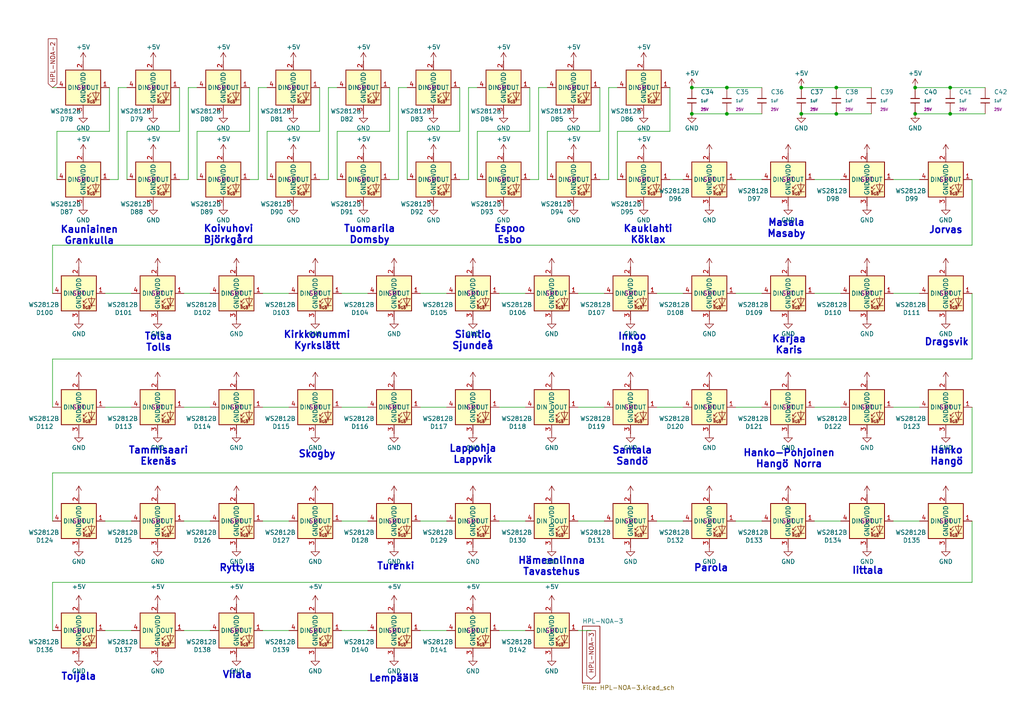
<source format=kicad_sch>
(kicad_sch (version 20250114) (generator "eeschema") (generator_version "9.0")
  (paper "A4")
  (title_block (title "Helsinki Region Live Train Map") (date "2025-06-28") (rev "1") (comment 1 "©Chris Dirks & Unto Ahti") (comment 2 "MIT License"))
  (text "Turenki" (at 114.808 164.338 0) (effects (font (size 2 2) (thickness 0.4) (bold yes))))
  (text "Inkoo\nIngå" (at 183.388 99.314 0) (effects (font (size 2 2) (thickness 0.4) (bold yes))))
  (text "Tolsa\nTolls" (at 45.974 99.314 0) (effects (font (size 2 2) (thickness 0.4) (bold yes))))
  (text "Hanko\nHangö" (at 274.574 132.334 0) (effects (font (size 2 2) (thickness 0.4) (bold yes))))
  (text "Koivuhovi\nBjörkgård" (at 66.294 68.072 0) (effects (font (size 2 2) (thickness 0.4) (bold yes))))
  (text "Lappohja\nLappvik" (at 137.16 131.826 0) (effects (font (size 2 2) (thickness 0.4) (bold yes))))
  (text "Espoo\nEsbo" (at 147.828 68.072 0) (effects (font (size 2 2) (thickness 0.4) (bold yes))))
  (text "Lempäälä" (at 114.3 196.85 0) (effects (font (size 2 2) (thickness 0.4) (bold yes))))
  (text "Viiala" (at 68.834 195.834 0) (effects (font (size 2 2) (thickness 0.4) (bold yes))))
  (text "Skogby" (at 91.948 131.826 0) (effects (font (size 2 2) (thickness 0.4) (bold yes))))
  (text "Dragsvik" (at 274.574 99.314 0) (effects (font (size 2 2) (thickness 0.4) (bold yes))))
  (text "Tammisaari\nEkenäs" (at 45.974 132.334 0) (effects (font (size 2 2) (thickness 0.4) (bold yes))))
  (text "Hämeenlinna\nTavastehus" (at 160.02 164.338 0) (effects (font (size 2 2) (thickness 0.4) (bold yes))))
  (text "Santala\nSandö" (at 183.388 132.334 0) (effects (font (size 2 2) (thickness 0.4) (bold yes))))
  (text "Masala\nMasaby" (at 228.092 66.294 0) (effects (font (size 2 2) (thickness 0.4) (bold yes))))
  (text "Hanko-Pohjoinen\nHangö Norra" (at 228.854 133.096 0) (effects (font (size 2 2) (thickness 0.4) (bold yes))))
  (text "Toijala" (at 22.86 196.342 0) (effects (font (size 2 2) (thickness 0.4) (bold yes))))
  (text "Jorvas\n" (at 274.32 66.802 0) (effects (font (size 2 2) (thickness 0.4) (bold yes))))
  (text "Siuntio\nSjundeå" (at 137.16 98.806 0) (effects (font (size 2 2) (thickness 0.4) (bold yes))))
  (text "Kauklahti\nKöklax" (at 187.96 68.072 0) (effects (font (size 2 2) (thickness 0.4) (bold yes))))
  (text "Tuomarila\nDomsby" (at 107.188 68.072 0) (effects (font (size 2 2) (thickness 0.4) (bold yes))))
  (text "Kauniainen\nGrankulla\n" (at 25.908 68.326 0) (effects (font (size 2 2) (thickness 0.4) (bold yes))))
  (text "Ryttylä" (at 68.834 164.846 0) (effects (font (size 2 2) (thickness 0.4) (bold yes))))
  (text "Kirkkonummi\nKyrkslätt" (at 91.948 98.806 0) (effects (font (size 2 2) (thickness 0.4) (bold yes))))
  (text "Iittala" (at 251.714 165.608 0) (effects (font (size 2 2) (thickness 0.4) (bold yes))))
  (text "Parola" (at 206.248 164.846 0) (effects (font (size 2 2) (thickness 0.4) (bold yes))))
  (text "Karjaa\nKaris" (at 228.854 100.076 0) (effects (font (size 2 2) (thickness 0.4) (bold yes))))
  (junction (at 210.82 25.4))
  (junction (at 265.43 25.4))
  (junction (at 242.57 33.02))
  (junction (at 232.41 25.4))
  (junction (at 242.57 25.4))
  (junction (at 210.82 33.02))
  (junction (at 265.43 33.02))
  (junction (at 200.66 33.02))
  (junction (at 275.59 25.4))
  (junction (at 200.66 25.4))
  (junction (at 275.59 33.02))
  (junction (at 232.41 33.02))
  (wire (pts (xy 38.1 85.09) (xy 30.48 85.09)))
  (wire (pts (xy 158.75 52.07) (xy 158.75 38.1)))
  (wire (pts (xy 176.53 52.07) (xy 176.53 25.4)))
  (wire (pts (xy 34.29 52.07) (xy 34.29 25.4)))
  (wire (pts (xy 15.24 104.14) (xy 281.94 104.14)))
  (wire (pts (xy 176.53 25.4) (xy 179.07 25.4)))
  (wire (pts (xy 115.57 25.4) (xy 118.11 25.4)))
  (wire (pts (xy 129.54 118.11) (xy 121.92 118.11)))
  (wire (pts (xy 118.11 52.07) (xy 118.11 38.1)))
  (wire (pts (xy 175.26 85.09) (xy 167.64 85.09)))
  (wire (pts (xy 60.96 182.88) (xy 53.34 182.88)))
  (wire (pts (xy 232.41 33.02) (xy 242.57 33.02)))
  (wire (pts (xy 97.79 52.07) (xy 97.79 38.1)))
  (wire (pts (xy 15.24 71.12) (xy 281.94 71.12)))
  (wire (pts (xy 190.5 85.09) (xy 198.12 85.09)))
  (wire (pts (xy 236.22 118.11) (xy 243.84 118.11)))
  (wire (pts (xy 190.5 151.13) (xy 198.12 151.13)))
  (wire (pts (xy 106.68 151.13) (xy 99.06 151.13)))
  (wire (pts (xy 77.47 38.1) (xy 92.71 38.1)))
  (wire (pts (xy 115.57 52.07) (xy 115.57 25.4)))
  (wire (pts (xy 95.25 52.07) (xy 95.25 25.4)))
  (wire (pts (xy 194.31 52.07) (xy 198.12 52.07)))
  (wire (pts (xy 135.89 52.07) (xy 135.89 25.4)))
  (wire (pts (xy 176.53 52.07) (xy 173.99 52.07)))
  (wire (pts (xy 72.39 38.1) (xy 72.39 25.4)))
  (wire (pts (xy 113.03 38.1) (xy 113.03 25.4)))
  (wire (pts (xy 281.94 85.09) (xy 281.94 104.14)))
  (wire (pts (xy 266.7 85.09) (xy 259.08 85.09)))
  (wire (pts (xy 135.89 52.07) (xy 133.35 52.07)))
  (wire (pts (xy 53.34 151.13) (xy 60.96 151.13)))
  (wire (pts (xy 83.82 151.13) (xy 76.2 151.13)))
  (wire (pts (xy 167.64 182.88) (xy 171.45 182.88)))
  (wire (pts (xy 83.82 85.09) (xy 76.2 85.09)))
  (wire (pts (xy 242.57 33.02) (xy 252.73 33.02)))
  (wire (pts (xy 158.75 38.1) (xy 173.99 38.1)))
  (wire (pts (xy 179.07 38.1) (xy 194.31 38.1)))
  (wire (pts (xy 36.83 52.07) (xy 36.83 38.1)))
  (wire (pts (xy 266.7 151.13) (xy 259.08 151.13)))
  (wire (pts (xy 190.5 118.11) (xy 198.12 118.11)))
  (wire (pts (xy 265.43 33.02) (xy 275.59 33.02)))
  (wire (pts (xy 16.51 52.07) (xy 16.51 38.1)))
  (wire (pts (xy 179.07 52.07) (xy 179.07 38.1)))
  (wire (pts (xy 54.61 25.4) (xy 57.15 25.4)))
  (wire (pts (xy 54.61 52.07) (xy 52.07 52.07)))
  (wire (pts (xy 92.71 38.1) (xy 92.71 25.4)))
  (wire (pts (xy 53.34 85.09) (xy 60.96 85.09)))
  (wire (pts (xy 156.21 25.4) (xy 158.75 25.4)))
  (wire (pts (xy 95.25 25.4) (xy 97.79 25.4)))
  (wire (pts (xy 57.15 38.1) (xy 72.39 38.1)))
  (wire (pts (xy 74.93 52.07) (xy 72.39 52.07)))
  (wire (pts (xy 152.4 182.88) (xy 144.78 182.88)))
  (wire (pts (xy 194.31 38.1) (xy 194.31 25.4)))
  (wire (pts (xy 106.68 85.09) (xy 99.06 85.09)))
  (wire (pts (xy 220.98 85.09) (xy 213.36 85.09)))
  (wire (pts (xy 266.7 118.11) (xy 259.08 118.11)))
  (wire (pts (xy 36.83 38.1) (xy 52.07 38.1)))
  (wire (pts (xy 52.07 38.1) (xy 52.07 25.4)))
  (wire (pts (xy 15.24 25.4) (xy 16.51 25.4)))
  (wire (pts (xy 200.66 25.4) (xy 210.82 25.4)))
  (wire (pts (xy 236.22 52.07) (xy 243.84 52.07)))
  (wire (pts (xy 266.7 52.07) (xy 259.08 52.07)))
  (wire (pts (xy 135.89 25.4) (xy 138.43 25.4)))
  (wire (pts (xy 265.43 25.4) (xy 275.59 25.4)))
  (wire (pts (xy 53.34 118.11) (xy 60.96 118.11)))
  (wire (pts (xy 175.26 118.11) (xy 167.64 118.11)))
  (wire (pts (xy 15.24 168.91) (xy 281.94 168.91)))
  (wire (pts (xy 220.98 151.13) (xy 213.36 151.13)))
  (wire (pts (xy 15.24 104.14) (xy 15.24 118.11)))
  (wire (pts (xy 133.35 38.1) (xy 133.35 25.4)))
  (wire (pts (xy 275.59 25.4) (xy 285.75 25.4)))
  (wire (pts (xy 97.79 38.1) (xy 113.03 38.1)))
  (wire (pts (xy 281.94 151.13) (xy 281.94 168.91)))
  (wire (pts (xy 57.15 52.07) (xy 57.15 38.1)))
  (wire (pts (xy 95.25 52.07) (xy 92.71 52.07)))
  (wire (pts (xy 129.54 85.09) (xy 121.92 85.09)))
  (wire (pts (xy 281.94 52.07) (xy 281.94 71.12)))
  (wire (pts (xy 138.43 52.07) (xy 138.43 38.1)))
  (wire (pts (xy 232.41 25.4) (xy 242.57 25.4)))
  (wire (pts (xy 38.1 182.88) (xy 30.48 182.88)))
  (wire (pts (xy 54.61 52.07) (xy 54.61 25.4)))
  (wire (pts (xy 200.66 33.02) (xy 210.82 33.02)))
  (wire (pts (xy 77.47 52.07) (xy 77.47 38.1)))
  (wire (pts (xy 152.4 85.09) (xy 144.78 85.09)))
  (wire (pts (xy 175.26 151.13) (xy 167.64 151.13)))
  (wire (pts (xy 138.43 38.1) (xy 153.67 38.1)))
  (wire (pts (xy 275.59 33.02) (xy 285.75 33.02)))
  (wire (pts (xy 242.57 25.4) (xy 252.73 25.4)))
  (wire (pts (xy 106.68 118.11) (xy 99.06 118.11)))
  (wire (pts (xy 83.82 118.11) (xy 76.2 118.11)))
  (wire (pts (xy 210.82 25.4) (xy 220.98 25.4)))
  (wire (pts (xy 236.22 85.09) (xy 243.84 85.09)))
  (wire (pts (xy 152.4 118.11) (xy 144.78 118.11)))
  (wire (pts (xy 34.29 52.07) (xy 31.75 52.07)))
  (wire (pts (xy 220.98 118.11) (xy 213.36 118.11)))
  (wire (pts (xy 74.93 25.4) (xy 77.47 25.4)))
  (wire (pts (xy 15.24 168.91) (xy 15.24 182.88)))
  (wire (pts (xy 15.24 137.16) (xy 15.24 151.13)))
  (wire (pts (xy 34.29 25.4) (xy 36.83 25.4)))
  (wire (pts (xy 173.99 38.1) (xy 173.99 25.4)))
  (wire (pts (xy 15.24 71.12) (xy 15.24 85.09)))
  (wire (pts (xy 118.11 38.1) (xy 133.35 38.1)))
  (wire (pts (xy 15.24 137.16) (xy 281.94 137.16)))
  (wire (pts (xy 220.98 52.07) (xy 213.36 52.07)))
  (wire (pts (xy 152.4 151.13) (xy 144.78 151.13)))
  (wire (pts (xy 106.68 182.88) (xy 99.06 182.88)))
  (wire (pts (xy 236.22 151.13) (xy 243.84 151.13)))
  (wire (pts (xy 156.21 52.07) (xy 156.21 25.4)))
  (wire (pts (xy 281.94 118.11) (xy 281.94 137.16)))
  (wire (pts (xy 121.92 182.88) (xy 129.54 182.88)))
  (wire (pts (xy 38.1 151.13) (xy 30.48 151.13)))
  (wire (pts (xy 16.51 38.1) (xy 31.75 38.1)))
  (wire (pts (xy 153.67 38.1) (xy 153.67 25.4)))
  (wire (pts (xy 115.57 52.07) (xy 113.03 52.07)))
  (wire (pts (xy 210.82 33.02) (xy 220.98 33.02)))
  (wire (pts (xy 38.1 118.11) (xy 30.48 118.11)))
  (wire (pts (xy 129.54 151.13) (xy 121.92 151.13)))
  (wire (pts (xy 76.2 182.88) (xy 83.82 182.88)))
  (wire (pts (xy 156.21 52.07) (xy 153.67 52.07)))
  (wire (pts (xy 31.75 38.1) (xy 31.75 25.4)))
  (wire (pts (xy 74.93 52.07) (xy 74.93 25.4)))
  (global_label "HPL-NOA-3" (shape output) (at 171.45 182.88 270) (property "Intersheetrefs" "${INTERSHEET_REFS}" (effects (hide yes))))
  (global_label "HPL-NOA-2" (shape input) (at 15.24 25.4 90) (property "Intersheetrefs" "${INTERSHEET_REFS}" (effects (hide yes))))
  (symbol (lib_id "power:+5V") (at 105.41 17.78 0) (unit 1)
    (property "Reference" "#PWR0212" (effects (hide yes)))
    (property "Value" "+5V" (at 105.41 13.6469 0))
    (property "Description" "Power symbol creates a global label with name \"+5V\"" (effects (hide yes)))
  )
  (symbol (lib_id "power:+5V") (at 228.6 44.45 0) (unit 1)
    (property "Reference" "#PWR0242" (effects (hide yes)))
    (property "Value" "+5V" (effects (hide yes)))
    (property "Description" "Power symbol creates a global label with name \"+5V\"" (effects (hide yes)))
  )
  (symbol (lib_id "PCM_JLCPCB-Extended:LED, WS2812B, 1615") (at 182.88 151.13 0) (unit 1)
    (property "Reference" "D131" (at 172.974 156.718 0))
    (property "Value" "WS2812B" (at 172.72 154.432 0))
    (property "Footprint" "PCM_JLCPCB:LED-SMD_4P-L1.6-W1.5_XL-1615RGBC-WS2812B" (effects (hide yes)))
    (property "Datasheet" "https://atta.szlcsc.com/upload/public/pdf/source/20230111/5AD58278EBED6B6650A81C53A19BF314.pdf" (effects (hide yes)))
    (property "Description" "1615 RGB LEDs(Built-in IC) ROHS" (effects (hide yes)))
    (property "LCSC" "C5349954" (effects (hide yes)))
    (property "Part" "XL-1615RGBC-WS2812B" (effects (hide yes)))
    (property "Manufacturer" "XINGLIGHT" (effects (hide yes)))
    (property "Process" "SMT" (at 182.88 151.13 0))
  )
  (symbol (lib_id "PCM_JLCPCB-Extended:LED, WS2812B, 1615") (at 22.86 182.88 0) (unit 1)
    (property "Reference" "D136" (at 12.954 188.468 0))
    (property "Value" "WS2812B" (at 12.7 186.182 0))
    (property "Footprint" "PCM_JLCPCB:LED-SMD_4P-L1.6-W1.5_XL-1615RGBC-WS2812B" (effects (hide yes)))
    (property "Datasheet" "https://atta.szlcsc.com/upload/public/pdf/source/20230111/5AD58278EBED6B6650A81C53A19BF314.pdf" (effects (hide yes)))
    (property "Description" "1615 RGB LEDs(Built-in IC) ROHS" (effects (hide yes)))
    (property "LCSC" "C5349954" (effects (hide yes)))
    (property "Part" "XL-1615RGBC-WS2812B" (effects (hide yes)))
    (property "Manufacturer" "XINGLIGHT" (effects (hide yes)))
    (property "Process" "SMT" (at 22.86 182.88 0))
  )
  (symbol (lib_id "power:GND") (at 205.74 125.73 0) (unit 1)
    (property "Reference" "#PWR0302" (effects (hide yes)))
    (property "Value" "GND" (at 205.74 129.8631 0))
    (property "Description" "Power symbol creates a global label with name \"GND\" , ground" (effects (hide yes)))
  )
  (symbol (lib_id "power:GND") (at 68.58 190.5 0) (unit 1)
    (property "Reference" "#PWR0339" (effects (hide yes)))
    (property "Value" "GND" (at 68.58 194.6331 0))
    (property "Description" "Power symbol creates a global label with name \"GND\" , ground" (effects (hide yes)))
  )
  (symbol (lib_id "power:+5V") (at 182.88 110.49 0) (unit 1)
    (property "Reference" "#PWR0289" (effects (hide yes)))
    (property "Value" "+5V" (effects (hide yes)))
    (property "Description" "Power symbol creates a global label with name \"+5V\"" (effects (hide yes)))
  )
  (symbol (lib_id "power:GND") (at 274.32 59.69 0) (unit 1)
    (property "Reference" "#PWR0257" (effects (hide yes)))
    (property "Value" "GND" (at 274.32 63.8231 0))
    (property "Description" "Power symbol creates a global label with name \"GND\" , ground" (effects (hide yes)))
  )
  (symbol (lib_id "PCM_JLCPCB-Extended:LED, WS2812B, 1615") (at 68.58 182.88 0) (unit 1)
    (property "Reference" "D138" (at 58.674 188.468 0))
    (property "Value" "WS2812B" (at 58.42 186.182 0))
    (property "Footprint" "PCM_JLCPCB:LED-SMD_4P-L1.6-W1.5_XL-1615RGBC-WS2812B" (effects (hide yes)))
    (property "Datasheet" "https://atta.szlcsc.com/upload/public/pdf/source/20230111/5AD58278EBED6B6650A81C53A19BF314.pdf" (effects (hide yes)))
    (property "Description" "1615 RGB LEDs(Built-in IC) ROHS" (effects (hide yes)))
    (property "LCSC" "C5349954" (effects (hide yes)))
    (property "Part" "XL-1615RGBC-WS2812B" (effects (hide yes)))
    (property "Manufacturer" "XINGLIGHT" (effects (hide yes)))
    (property "Process" "SMT" (at 68.58 182.88 0))
  )
  (symbol (lib_id "power:+5V") (at 137.16 143.51 0) (unit 1)
    (property "Reference" "#PWR0311" (effects (hide yes)))
    (property "Value" "+5V" (effects (hide yes)))
    (property "Description" "Power symbol creates a global label with name \"+5V\"" (effects (hide yes)))
  )
  (symbol (lib_id "power:+5V") (at 68.58 175.26 0) (unit 1)
    (property "Reference" "#PWR0332" (effects (hide yes)))
    (property "Value" "+5V" (at 68.58 170.18 0))
    (property "Description" "Power symbol creates a global label with name \"+5V\"" (effects (hide yes)))
  )
  (symbol (lib_id "PCM_JLCPCB-Extended:LED, WS2812B, 1615") (at 44.45 25.4 0) (unit 1)
    (property "Reference" "D79" (at 39.624 34.544 0))
    (property "Value" "WS2812B" (at 39.37 32.258 0))
    (property "Footprint" "PCM_JLCPCB:LED-SMD_4P-L1.6-W1.5_XL-1615RGBC-WS2812B" (effects (hide yes)))
    (property "Datasheet" "https://atta.szlcsc.com/upload/public/pdf/source/20230111/5AD58278EBED6B6650A81C53A19BF314.pdf" (effects (hide yes)))
    (property "Description" "1615 RGB LEDs(Built-in IC) ROHS" (effects (hide yes)))
    (property "LCSC" "C5349954" (effects (hide yes)))
    (property "Part" "XL-1615RGBC-WS2812B" (effects (hide yes)))
    (property "Manufacturer" "XINGLIGHT" (effects (hide yes)))
    (property "Process" "SMT" (at 44.45 25.4 0))
  )
  (symbol (lib_id "power:+5V") (at 91.44 143.51 0) (unit 1)
    (property "Reference" "#PWR0309" (effects (hide yes)))
    (property "Value" "+5V" (effects (hide yes)))
    (property "Description" "Power symbol creates a global label with name \"+5V\"" (effects (hide yes)))
  )
  (symbol (lib_id "power:GND") (at 91.44 190.5 0) (unit 1)
    (property "Reference" "#PWR0340" (effects (hide yes)))
    (property "Value" "GND" (at 91.44 194.6331 0))
    (property "Description" "Power symbol creates a global label with name \"GND\" , ground" (effects (hide yes)))
  )
  (symbol (lib_id "power:+5V") (at 265.43 25.4 0) (unit 1)
    (property "Reference" "#PWR0219" (effects (hide yes)))
    (property "Value" "+5V" (at 265.43 21.2669 0))
    (property "Description" "Power symbol creates a global label with name \"+5V\"" (effects (hide yes)))
  )
  (symbol (lib_id "PCM_JLCPCB-Extended:LED, WS2812B, 1615") (at 68.58 118.11 0) (unit 1)
    (property "Reference" "D114" (at 58.674 123.698 0))
    (property "Value" "WS2812B" (at 58.42 121.412 0))
    (property "Footprint" "PCM_JLCPCB:LED-SMD_4P-L1.6-W1.5_XL-1615RGBC-WS2812B" (effects (hide yes)))
    (property "Datasheet" "https://atta.szlcsc.com/upload/public/pdf/source/20230111/5AD58278EBED6B6650A81C53A19BF314.pdf" (effects (hide yes)))
    (property "Description" "1615 RGB LEDs(Built-in IC) ROHS" (effects (hide yes)))
    (property "LCSC" "C5349954" (effects (hide yes)))
    (property "Part" "XL-1615RGBC-WS2812B" (effects (hide yes)))
    (property "Manufacturer" "XINGLIGHT" (effects (hide yes)))
    (property "Process" "SMT" (at 68.58 118.11 0))
  )
  (symbol (lib_id "power:GND") (at 251.46 92.71 0) (unit 1)
    (property "Reference" "#PWR0280" (effects (hide yes)))
    (property "Value" "GND" (at 251.46 96.8431 0))
    (property "Description" "Power symbol creates a global label with name \"GND\" , ground" (effects (hide yes)))
  )
  (symbol (lib_id "power:GND") (at 160.02 92.71 0) (unit 1)
    (property "Reference" "#PWR0276" (effects (hide yes)))
    (property "Value" "GND" (at 160.02 96.8431 0))
    (property "Description" "Power symbol creates a global label with name \"GND\" , ground" (effects (hide yes)))
  )
  (symbol (lib_id "PCM_JLCPCB-Extended:LED, WS2812B, 1615") (at 91.44 151.13 0) (unit 1)
    (property "Reference" "D127" (at 81.534 156.718 0))
    (property "Value" "WS2812B" (at 81.28 154.432 0))
    (property "Footprint" "PCM_JLCPCB:LED-SMD_4P-L1.6-W1.5_XL-1615RGBC-WS2812B" (effects (hide yes)))
    (property "Datasheet" "https://atta.szlcsc.com/upload/public/pdf/source/20230111/5AD58278EBED6B6650A81C53A19BF314.pdf" (effects (hide yes)))
    (property "Description" "1615 RGB LEDs(Built-in IC) ROHS" (effects (hide yes)))
    (property "LCSC" "C5349954" (effects (hide yes)))
    (property "Part" "XL-1615RGBC-WS2812B" (effects (hide yes)))
    (property "Manufacturer" "XINGLIGHT" (effects (hide yes)))
    (property "Process" "SMT" (at 91.44 151.13 0))
  )
  (symbol (lib_id "PCM_JLCPCB-Extended:LED, WS2812B, 1615") (at 166.37 25.4 0) (unit 1)
    (property "Reference" "D85" (at 161.544 34.544 0))
    (property "Value" "WS2812B" (at 161.29 32.258 0))
    (property "Footprint" "PCM_JLCPCB:LED-SMD_4P-L1.6-W1.5_XL-1615RGBC-WS2812B" (effects (hide yes)))
    (property "Datasheet" "https://atta.szlcsc.com/upload/public/pdf/source/20230111/5AD58278EBED6B6650A81C53A19BF314.pdf" (effects (hide yes)))
    (property "Description" "1615 RGB LEDs(Built-in IC) ROHS" (effects (hide yes)))
    (property "LCSC" "C5349954" (effects (hide yes)))
    (property "Part" "XL-1615RGBC-WS2812B" (effects (hide yes)))
    (property "Manufacturer" "XINGLIGHT" (effects (hide yes)))
    (property "Process" "SMT" (at 166.37 25.4 0))
  )
  (symbol (lib_id "power:GND") (at 45.72 125.73 0) (unit 1)
    (property "Reference" "#PWR0295" (effects (hide yes)))
    (property "Value" "GND" (at 45.72 129.8631 0))
    (property "Description" "Power symbol creates a global label with name \"GND\" , ground" (effects (hide yes)))
  )
  (symbol (lib_id "power:+5V") (at 228.6 143.51 0) (unit 1)
    (property "Reference" "#PWR0315" (effects (hide yes)))
    (property "Value" "+5V" (effects (hide yes)))
    (property "Description" "Power symbol creates a global label with name \"+5V\"" (effects (hide yes)))
  )
  (symbol (lib_id "power:GND") (at 251.46 158.75 0) (unit 1)
    (property "Reference" "#PWR0328" (effects (hide yes)))
    (property "Value" "GND" (at 251.46 162.8831 0))
    (property "Description" "Power symbol creates a global label with name \"GND\" , ground" (effects (hide yes)))
  )
  (symbol (lib_id "PCM_JLCPCB-Extended:LED, WS2812B, 1615") (at 274.32 52.07 0) (unit 1)
    (property "Reference" "D99" (at 264.414 57.658 0))
    (property "Value" "WS2812B" (at 264.16 55.372 0))
    (property "Footprint" "PCM_JLCPCB:LED-SMD_4P-L1.6-W1.5_XL-1615RGBC-WS2812B" (effects (hide yes)))
    (property "Datasheet" "https://atta.szlcsc.com/upload/public/pdf/source/20230111/5AD58278EBED6B6650A81C53A19BF314.pdf" (effects (hide yes)))
    (property "Description" "1615 RGB LEDs(Built-in IC) ROHS" (effects (hide yes)))
    (property "LCSC" "C5349954" (effects (hide yes)))
    (property "Part" "XL-1615RGBC-WS2812B" (effects (hide yes)))
    (property "Manufacturer" "XINGLIGHT" (effects (hide yes)))
    (property "Process" "SMT" (at 274.32 52.07 0))
  )
  (symbol (lib_id "power:+5V") (at 182.88 143.51 0) (unit 1)
    (property "Reference" "#PWR0313" (effects (hide yes)))
    (property "Value" "+5V" (effects (hide yes)))
    (property "Description" "Power symbol creates a global label with name \"+5V\"" (effects (hide yes)))
  )
  (symbol (lib_id "power:GND") (at 265.43 33.02 0) (unit 1)
    (property "Reference" "#PWR0231" (effects (hide yes)))
    (property "Value" "GND" (at 265.43 37.1531 0))
    (property "Description" "Power symbol creates a global label with name \"GND\" , ground" (effects (hide yes)))
  )
  (symbol (lib_id "PCM_JLCPCB-Extended:LED, WS2812B, 1615") (at 105.41 25.4 0) (unit 1)
    (property "Reference" "D82" (at 100.584 34.544 0))
    (property "Value" "WS2812B" (at 100.33 32.258 0))
    (property "Footprint" "PCM_JLCPCB:LED-SMD_4P-L1.6-W1.5_XL-1615RGBC-WS2812B" (effects (hide yes)))
    (property "Datasheet" "https://atta.szlcsc.com/upload/public/pdf/source/20230111/5AD58278EBED6B6650A81C53A19BF314.pdf" (effects (hide yes)))
    (property "Description" "1615 RGB LEDs(Built-in IC) ROHS" (effects (hide yes)))
    (property "LCSC" "C5349954" (effects (hide yes)))
    (property "Part" "XL-1615RGBC-WS2812B" (effects (hide yes)))
    (property "Manufacturer" "XINGLIGHT" (effects (hide yes)))
    (property "Process" "SMT" (at 105.41 25.4 0))
  )
  (symbol (lib_id "PCM_JLCPCB-Extended:LED, WS2812B, 1615") (at 45.72 85.09 0) (unit 1)
    (property "Reference" "D101" (at 35.814 90.678 0))
    (property "Value" "WS2812B" (at 35.56 88.392 0))
    (property "Footprint" "PCM_JLCPCB:LED-SMD_4P-L1.6-W1.5_XL-1615RGBC-WS2812B" (effects (hide yes)))
    (property "Datasheet" "https://atta.szlcsc.com/upload/public/pdf/source/20230111/5AD58278EBED6B6650A81C53A19BF314.pdf" (effects (hide yes)))
    (property "Description" "1615 RGB LEDs(Built-in IC) ROHS" (effects (hide yes)))
    (property "LCSC" "C5349954" (effects (hide yes)))
    (property "Part" "XL-1615RGBC-WS2812B" (effects (hide yes)))
    (property "Manufacturer" "XINGLIGHT" (effects (hide yes)))
    (property "Process" "SMT" (at 45.72 85.09 0))
  )
  (symbol (lib_id "power:GND") (at 45.72 190.5 0) (unit 1)
    (property "Reference" "#PWR0338" (effects (hide yes)))
    (property "Value" "GND" (at 45.72 194.6331 0))
    (property "Description" "Power symbol creates a global label with name \"GND\" , ground" (effects (hide yes)))
  )
  (symbol (lib_id "PCM_JLCPCB-Extended:LED, WS2812B, 1615") (at 85.09 25.4 0) (unit 1)
    (property "Reference" "D81" (at 80.264 34.544 0))
    (property "Value" "WS2812B" (at 80.01 32.258 0))
    (property "Footprint" "PCM_JLCPCB:LED-SMD_4P-L1.6-W1.5_XL-1615RGBC-WS2812B" (effects (hide yes)))
    (property "Datasheet" "https://atta.szlcsc.com/upload/public/pdf/source/20230111/5AD58278EBED6B6650A81C53A19BF314.pdf" (effects (hide yes)))
    (property "Description" "1615 RGB LEDs(Built-in IC) ROHS" (effects (hide yes)))
    (property "LCSC" "C5349954" (effects (hide yes)))
    (property "Part" "XL-1615RGBC-WS2812B" (effects (hide yes)))
    (property "Manufacturer" "XINGLIGHT" (effects (hide yes)))
    (property "Process" "SMT" (at 85.09 25.4 0))
  )
  (symbol (lib_id "PCM_JLCPCB-Capacitors:0402,1uF") (at 242.57 29.21 0) (unit 1)
    (property "Reference" "C38" (at 245.11 26.6699 0) (effects (justify left)))
    (property "Value" "1uF" (at 245.11 29.21 0) (effects (font (size 0.8 0.8)) (justify left)))
    (property "Footprint" "PCM_JLCPCB:C_0402" (effects (hide yes)))
    (property "Datasheet" "https://www.lcsc.com/datasheet/lcsc_datasheet_2304140030_Samsung-Electro-Mechanics-CL05A105KA5NQNC_C52923.pdf" (effects (hide yes)))
    (property "Description" "25V 1uF X5R ±10% 0402 Multilayer Ceramic Capacitors MLCC - SMD/SMT ROHS" (effects (hide yes)))
    (property "LCSC" "C52923" (effects (hide yes)))
    (property "Stock" "7151069" (effects (hide yes)))
    (property "Price" "0.006USD" (effects (hide yes)))
    (property "Process" "SMT" (effects (hide yes)))
    (property "Minimum Qty" "20" (effects (hide yes)))
    (property "Attrition Qty" "10" (effects (hide yes)))
    (property "Class" "Basic Component" (effects (hide yes)))
    (property "Category" "Capacitors,Multilayer Ceramic Capacitors MLCC - SMD/SMT" (effects (hide yes)))
    (property "Manufacturer" "Samsung Electro-Mechanics" (effects (hide yes)))
    (property "Part" "CL05A105KA5NQNC" (effects (hide yes)))
    (property "Voltage Rated" "25V" (at 245.11 31.75 0) (effects (font (size 0.8 0.8)) (justify left)))
    (property "Tolerance" "±10%" (effects (hide yes)))
    (property "Capacitance" "1uF" (effects (hide yes)))
    (property "Temperature Coefficient" "X5R" (effects (hide yes)))
  )
  (symbol (lib_id "power:GND") (at 228.6 125.73 0) (unit 1)
    (property "Reference" "#PWR0303" (effects (hide yes)))
    (property "Value" "GND" (at 228.6 129.8631 0))
    (property "Description" "Power symbol creates a global label with name \"GND\" , ground" (effects (hide yes)))
  )
  (symbol (lib_id "power:GND") (at 160.02 190.5 0) (unit 1)
    (property "Reference" "#PWR0343" (effects (hide yes)))
    (property "Value" "GND" (at 160.02 194.6331 0))
    (property "Description" "Power symbol creates a global label with name \"GND\" , ground" (effects (hide yes)))
  )
  (symbol (lib_id "PCM_JLCPCB-Extended:LED, WS2812B, 1615") (at 22.86 118.11 0) (unit 1)
    (property "Reference" "D112" (at 12.954 123.698 0))
    (property "Value" "WS2812B" (at 12.7 121.412 0))
    (property "Footprint" "PCM_JLCPCB:LED-SMD_4P-L1.6-W1.5_XL-1615RGBC-WS2812B" (effects (hide yes)))
    (property "Datasheet" "https://atta.szlcsc.com/upload/public/pdf/source/20230111/5AD58278EBED6B6650A81C53A19BF314.pdf" (effects (hide yes)))
    (property "Description" "1615 RGB LEDs(Built-in IC) ROHS" (effects (hide yes)))
    (property "LCSC" "C5349954" (effects (hide yes)))
    (property "Part" "XL-1615RGBC-WS2812B" (effects (hide yes)))
    (property "Manufacturer" "XINGLIGHT" (effects (hide yes)))
    (property "Process" "SMT" (at 22.86 118.11 0))
  )
  (symbol (lib_id "power:GND") (at 125.73 33.02 0) (unit 1)
    (property "Reference" "#PWR0225" (effects (hide yes)))
    (property "Value" "GND" (at 125.73 37.1531 0))
    (property "Description" "Power symbol creates a global label with name \"GND\" , ground" (effects (hide yes)))
  )
  (symbol (lib_id "power:GND") (at 22.86 190.5 0) (unit 1)
    (property "Reference" "#PWR0337" (effects (hide yes)))
    (property "Value" "GND" (at 22.86 194.6331 0))
    (property "Description" "Power symbol creates a global label with name \"GND\" , ground" (effects (hide yes)))
  )
  (symbol (lib_id "power:GND") (at 22.86 158.75 0) (unit 1)
    (property "Reference" "#PWR0318" (effects (hide yes)))
    (property "Value" "GND" (at 22.86 162.8831 0))
    (property "Description" "Power symbol creates a global label with name \"GND\" , ground" (effects (hide yes)))
  )
  (symbol (lib_id "power:+5V") (at 105.41 44.45 0) (unit 1)
    (property "Reference" "#PWR0236" (effects (hide yes)))
    (property "Value" "+5V" (at 105.41 40.3169 0))
    (property "Description" "Power symbol creates a global label with name \"+5V\"" (effects (hide yes)))
  )
  (symbol (lib_id "power:GND") (at 251.46 125.73 0) (unit 1)
    (property "Reference" "#PWR0304" (effects (hide yes)))
    (property "Value" "GND" (at 251.46 129.8631 0))
    (property "Description" "Power symbol creates a global label with name \"GND\" , ground" (effects (hide yes)))
  )
  (symbol (lib_id "PCM_JLCPCB-Extended:LED, WS2812B, 1615") (at 251.46 118.11 0) (unit 1)
    (property "Reference" "D122" (at 241.554 123.698 0))
    (property "Value" "WS2812B" (at 241.3 121.412 0))
    (property "Footprint" "PCM_JLCPCB:LED-SMD_4P-L1.6-W1.5_XL-1615RGBC-WS2812B" (effects (hide yes)))
    (property "Datasheet" "https://atta.szlcsc.com/upload/public/pdf/source/20230111/5AD58278EBED6B6650A81C53A19BF314.pdf" (effects (hide yes)))
    (property "Description" "1615 RGB LEDs(Built-in IC) ROHS" (effects (hide yes)))
    (property "LCSC" "C5349954" (effects (hide yes)))
    (property "Part" "XL-1615RGBC-WS2812B" (effects (hide yes)))
    (property "Manufacturer" "XINGLIGHT" (effects (hide yes)))
    (property "Process" "SMT" (at 251.46 118.11 0))
  )
  (symbol (lib_id "power:+5V") (at 182.88 77.47 0) (unit 1)
    (property "Reference" "#PWR0265" (effects (hide yes)))
    (property "Value" "+5V" (effects (hide yes)))
    (property "Description" "Power symbol creates a global label with name \"+5V\"" (effects (hide yes)))
  )
  (symbol (lib_id "power:+5V") (at 166.37 17.78 0) (unit 1)
    (property "Reference" "#PWR0215" (effects (hide yes)))
    (property "Value" "+5V" (at 166.37 13.6469 0))
    (property "Description" "Power symbol creates a global label with name \"+5V\"" (effects (hide yes)))
  )
  (symbol (lib_id "PCM_JLCPCB-Extended:LED, WS2812B, 1615") (at 166.37 52.07 0) (unit 1)
    (property "Reference" "D94" (at 161.544 61.468 0))
    (property "Value" "WS2812B" (at 161.29 59.182 0))
    (property "Footprint" "PCM_JLCPCB:LED-SMD_4P-L1.6-W1.5_XL-1615RGBC-WS2812B" (effects (hide yes)))
    (property "Datasheet" "https://atta.szlcsc.com/upload/public/pdf/source/20230111/5AD58278EBED6B6650A81C53A19BF314.pdf" (effects (hide yes)))
    (property "Description" "1615 RGB LEDs(Built-in IC) ROHS" (effects (hide yes)))
    (property "LCSC" "C5349954" (effects (hide yes)))
    (property "Part" "XL-1615RGBC-WS2812B" (effects (hide yes)))
    (property "Manufacturer" "XINGLIGHT" (effects (hide yes)))
    (property "Process" "SMT" (at 166.37 52.07 0))
  )
  (symbol (lib_id "PCM_JLCPCB-Extended:LED, WS2812B, 1615") (at 91.44 182.88 0) (unit 1)
    (property "Reference" "D139" (at 81.534 188.468 0))
    (property "Value" "WS2812B" (at 81.28 186.182 0))
    (property "Footprint" "PCM_JLCPCB:LED-SMD_4P-L1.6-W1.5_XL-1615RGBC-WS2812B" (effects (hide yes)))
    (property "Datasheet" "https://atta.szlcsc.com/upload/public/pdf/source/20230111/5AD58278EBED6B6650A81C53A19BF314.pdf" (effects (hide yes)))
    (property "Description" "1615 RGB LEDs(Built-in IC) ROHS" (effects (hide yes)))
    (property "LCSC" "C5349954" (effects (hide yes)))
    (property "Part" "XL-1615RGBC-WS2812B" (effects (hide yes)))
    (property "Manufacturer" "XINGLIGHT" (effects (hide yes)))
    (property "Process" "SMT" (at 91.44 182.88 0))
  )
  (symbol (lib_id "power:+5V") (at 232.41 25.4 0) (unit 1)
    (property "Reference" "#PWR0218" (effects (hide yes)))
    (property "Value" "+5V" (at 232.41 21.2669 0))
    (property "Description" "Power symbol creates a global label with name \"+5V\"" (effects (hide yes)))
  )
  (symbol (lib_id "power:+5V") (at 186.69 44.45 0) (unit 1)
    (property "Reference" "#PWR0240" (effects (hide yes)))
    (property "Value" "+5V" (at 186.69 40.3169 0))
    (property "Description" "Power symbol creates a global label with name \"+5V\"" (effects (hide yes)))
  )
  (symbol (lib_id "PCM_JLCPCB-Extended:LED, WS2812B, 1615") (at 114.3 182.88 0) (unit 1)
    (property "Reference" "D140" (at 104.394 188.468 0))
    (property "Value" "WS2812B" (at 104.14 186.182 0))
    (property "Footprint" "PCM_JLCPCB:LED-SMD_4P-L1.6-W1.5_XL-1615RGBC-WS2812B" (effects (hide yes)))
    (property "Datasheet" "https://atta.szlcsc.com/upload/public/pdf/source/20230111/5AD58278EBED6B6650A81C53A19BF314.pdf" (effects (hide yes)))
    (property "Description" "1615 RGB LEDs(Built-in IC) ROHS" (effects (hide yes)))
    (property "LCSC" "C5349954" (effects (hide yes)))
    (property "Part" "XL-1615RGBC-WS2812B" (effects (hide yes)))
    (property "Manufacturer" "XINGLIGHT" (effects (hide yes)))
    (property "Process" "SMT" (at 114.3 182.88 0))
  )
  (symbol (lib_id "PCM_JLCPCB-Extended:LED, WS2812B, 1615") (at 274.32 85.09 0) (unit 1)
    (property "Reference" "D111" (at 264.414 90.678 0))
    (property "Value" "WS2812B" (at 264.16 88.392 0))
    (property "Footprint" "PCM_JLCPCB:LED-SMD_4P-L1.6-W1.5_XL-1615RGBC-WS2812B" (effects (hide yes)))
    (property "Datasheet" "https://atta.szlcsc.com/upload/public/pdf/source/20230111/5AD58278EBED6B6650A81C53A19BF314.pdf" (effects (hide yes)))
    (property "Description" "1615 RGB LEDs(Built-in IC) ROHS" (effects (hide yes)))
    (property "LCSC" "C5349954" (effects (hide yes)))
    (property "Part" "XL-1615RGBC-WS2812B" (effects (hide yes)))
    (property "Manufacturer" "XINGLIGHT" (effects (hide yes)))
    (property "Process" "SMT" (at 274.32 85.09 0))
  )
  (symbol (lib_id "power:+5V") (at 114.3 110.49 0) (unit 1)
    (property "Reference" "#PWR0286" (effects (hide yes)))
    (property "Value" "+5V" (effects (hide yes)))
    (property "Description" "Power symbol creates a global label with name \"+5V\"" (effects (hide yes)))
  )
  (symbol (lib_id "PCM_JLCPCB-Extended:LED, WS2812B, 1615") (at 22.86 85.09 0) (unit 1)
    (property "Reference" "D100" (at 12.954 90.678 0))
    (property "Value" "WS2812B" (at 12.7 88.392 0))
    (property "Footprint" "PCM_JLCPCB:LED-SMD_4P-L1.6-W1.5_XL-1615RGBC-WS2812B" (effects (hide yes)))
    (property "Datasheet" "https://atta.szlcsc.com/upload/public/pdf/source/20230111/5AD58278EBED6B6650A81C53A19BF314.pdf" (effects (hide yes)))
    (property "Description" "1615 RGB LEDs(Built-in IC) ROHS" (effects (hide yes)))
    (property "LCSC" "C5349954" (effects (hide yes)))
    (property "Part" "XL-1615RGBC-WS2812B" (effects (hide yes)))
    (property "Manufacturer" "XINGLIGHT" (effects (hide yes)))
    (property "Process" "SMT" (at 22.86 85.09 0))
  )
  (symbol (lib_id "power:GND") (at 44.45 59.69 0) (unit 1)
    (property "Reference" "#PWR0246" (effects (hide yes)))
    (property "Value" "GND" (at 44.45 63.8231 0))
    (property "Description" "Power symbol creates a global label with name \"GND\" , ground" (effects (hide yes)))
  )
  (symbol (lib_id "power:GND") (at 85.09 33.02 0) (unit 1)
    (property "Reference" "#PWR0223" (effects (hide yes)))
    (property "Value" "GND" (at 85.09 37.1531 0))
    (property "Description" "Power symbol creates a global label with name \"GND\" , ground" (effects (hide yes)))
  )
  (symbol (lib_id "PCM_JLCPCB-Extended:LED, WS2812B, 1615") (at 105.41 52.07 0) (unit 1)
    (property "Reference" "D91" (at 100.584 61.468 0))
    (property "Value" "WS2812B" (at 100.33 59.182 0))
    (property "Footprint" "PCM_JLCPCB:LED-SMD_4P-L1.6-W1.5_XL-1615RGBC-WS2812B" (effects (hide yes)))
    (property "Datasheet" "https://atta.szlcsc.com/upload/public/pdf/source/20230111/5AD58278EBED6B6650A81C53A19BF314.pdf" (effects (hide yes)))
    (property "Description" "1615 RGB LEDs(Built-in IC) ROHS" (effects (hide yes)))
    (property "LCSC" "C5349954" (effects (hide yes)))
    (property "Part" "XL-1615RGBC-WS2812B" (effects (hide yes)))
    (property "Manufacturer" "XINGLIGHT" (effects (hide yes)))
    (property "Process" "SMT" (at 105.41 52.07 0))
  )
  (symbol (lib_id "power:+5V") (at 251.46 77.47 0) (unit 1)
    (property "Reference" "#PWR0268" (effects (hide yes)))
    (property "Value" "+5V" (effects (hide yes)))
    (property "Description" "Power symbol creates a global label with name \"+5V\"" (effects (hide yes)))
  )
  (symbol (lib_id "PCM_JLCPCB-Capacitors:0402,1uF") (at 275.59 29.21 0) (unit 1)
    (property "Reference" "C41" (at 278.13 26.6699 0) (effects (justify left)))
    (property "Value" "1uF" (at 278.13 29.21 0) (effects (font (size 0.8 0.8)) (justify left)))
    (property "Footprint" "PCM_JLCPCB:C_0402" (effects (hide yes)))
    (property "Datasheet" "https://www.lcsc.com/datasheet/lcsc_datasheet_2304140030_Samsung-Electro-Mechanics-CL05A105KA5NQNC_C52923.pdf" (effects (hide yes)))
    (property "Description" "25V 1uF X5R ±10% 0402 Multilayer Ceramic Capacitors MLCC - SMD/SMT ROHS" (effects (hide yes)))
    (property "LCSC" "C52923" (effects (hide yes)))
    (property "Stock" "7151069" (effects (hide yes)))
    (property "Price" "0.006USD" (effects (hide yes)))
    (property "Process" "SMT" (effects (hide yes)))
    (property "Minimum Qty" "20" (effects (hide yes)))
    (property "Attrition Qty" "10" (effects (hide yes)))
    (property "Class" "Basic Component" (effects (hide yes)))
    (property "Category" "Capacitors,Multilayer Ceramic Capacitors MLCC - SMD/SMT" (effects (hide yes)))
    (property "Manufacturer" "Samsung Electro-Mechanics" (effects (hide yes)))
    (property "Part" "CL05A105KA5NQNC" (effects (hide yes)))
    (property "Voltage Rated" "25V" (at 278.13 31.75 0) (effects (font (size 0.8 0.8)) (justify left)))
    (property "Tolerance" "±10%" (effects (hide yes)))
    (property "Capacitance" "1uF" (effects (hide yes)))
    (property "Temperature Coefficient" "X5R" (effects (hide yes)))
  )
  (symbol (lib_id "PCM_JLCPCB-Capacitors:0402,1uF") (at 200.66 29.21 0) (unit 1)
    (property "Reference" "C34" (at 203.2 26.6699 0) (effects (justify left)))
    (property "Value" "1uF" (at 203.2 29.21 0) (effects (font (size 0.8 0.8)) (justify left)))
    (property "Footprint" "PCM_JLCPCB:C_0402" (effects (hide yes)))
    (property "Datasheet" "https://www.lcsc.com/datasheet/lcsc_datasheet_2304140030_Samsung-Electro-Mechanics-CL05A105KA5NQNC_C52923.pdf" (effects (hide yes)))
    (property "Description" "25V 1uF X5R ±10% 0402 Multilayer Ceramic Capacitors MLCC - SMD/SMT ROHS" (effects (hide yes)))
    (property "LCSC" "C52923" (effects (hide yes)))
    (property "Stock" "7151069" (effects (hide yes)))
    (property "Price" "0.006USD" (effects (hide yes)))
    (property "Process" "SMT" (effects (hide yes)))
    (property "Minimum Qty" "20" (effects (hide yes)))
    (property "Attrition Qty" "10" (effects (hide yes)))
    (property "Class" "Basic Component" (effects (hide yes)))
    (property "Category" "Capacitors,Multilayer Ceramic Capacitors MLCC - SMD/SMT" (effects (hide yes)))
    (property "Manufacturer" "Samsung Electro-Mechanics" (effects (hide yes)))
    (property "Part" "CL05A105KA5NQNC" (effects (hide yes)))
    (property "Voltage Rated" "25V" (at 203.2 31.75 0) (effects (font (size 0.8 0.8)) (justify left)))
    (property "Tolerance" "±10%" (effects (hide yes)))
    (property "Capacitance" "1uF" (effects (hide yes)))
    (property "Temperature Coefficient" "X5R" (effects (hide yes)))
  )
  (symbol (lib_id "power:GND") (at 228.6 158.75 0) (unit 1)
    (property "Reference" "#PWR0327" (effects (hide yes)))
    (property "Value" "GND" (at 228.6 162.8831 0))
    (property "Description" "Power symbol creates a global label with name \"GND\" , ground" (effects (hide yes)))
  )
  (symbol (lib_id "power:GND") (at 205.74 92.71 0) (unit 1)
    (property "Reference" "#PWR0278" (effects (hide yes)))
    (property "Value" "GND" (at 205.74 96.8431 0))
    (property "Description" "Power symbol creates a global label with name \"GND\" , ground" (effects (hide yes)))
  )
  (symbol (lib_id "power:+5V") (at 274.32 143.51 0) (unit 1)
    (property "Reference" "#PWR0317" (effects (hide yes)))
    (property "Value" "+5V" (effects (hide yes)))
    (property "Description" "Power symbol creates a global label with name \"+5V\"" (effects (hide yes)))
  )
  (symbol (lib_id "power:GND") (at 22.86 125.73 0) (unit 1)
    (property "Reference" "#PWR0294" (effects (hide yes)))
    (property "Value" "GND" (at 22.86 129.8631 0))
    (property "Description" "Power symbol creates a global label with name \"GND\" , ground" (effects (hide yes)))
  )
  (symbol (lib_id "power:GND") (at 166.37 33.02 0) (unit 1)
    (property "Reference" "#PWR0227" (effects (hide yes)))
    (property "Value" "GND" (at 166.37 37.1531 0))
    (property "Description" "Power symbol creates a global label with name \"GND\" , ground" (effects (hide yes)))
  )
  (symbol (lib_id "power:+5V") (at 45.72 110.49 0) (unit 1)
    (property "Reference" "#PWR0283" (effects (hide yes)))
    (property "Value" "+5V" (effects (hide yes)))
    (property "Description" "Power symbol creates a global label with name \"+5V\"" (effects (hide yes)))
  )
  (symbol (lib_id "power:GND") (at 182.88 92.71 0) (unit 1)
    (property "Reference" "#PWR0277" (effects (hide yes)))
    (property "Value" "GND" (at 182.88 96.8431 0))
    (property "Description" "Power symbol creates a global label with name \"GND\" , ground" (effects (hide yes)))
  )
  (symbol (lib_id "PCM_JLCPCB-Extended:LED, WS2812B, 1615") (at 125.73 25.4 0) (unit 1)
    (property "Reference" "D83" (at 120.904 34.544 0))
    (property "Value" "WS2812B" (at 120.65 32.258 0))
    (property "Footprint" "PCM_JLCPCB:LED-SMD_4P-L1.6-W1.5_XL-1615RGBC-WS2812B" (effects (hide yes)))
    (property "Datasheet" "https://atta.szlcsc.com/upload/public/pdf/source/20230111/5AD58278EBED6B6650A81C53A19BF314.pdf" (effects (hide yes)))
    (property "Description" "1615 RGB LEDs(Built-in IC) ROHS" (effects (hide yes)))
    (property "LCSC" "C5349954" (effects (hide yes)))
    (property "Part" "XL-1615RGBC-WS2812B" (effects (hide yes)))
    (property "Manufacturer" "XINGLIGHT" (effects (hide yes)))
    (property "Process" "SMT" (at 125.73 25.4 0))
  )
  (symbol (lib_id "power:+5V") (at 228.6 77.47 0) (unit 1)
    (property "Reference" "#PWR0267" (effects (hide yes)))
    (property "Value" "+5V" (effects (hide yes)))
    (property "Description" "Power symbol creates a global label with name \"+5V\"" (effects (hide yes)))
  )
  (symbol (lib_id "power:GND") (at 137.16 92.71 0) (unit 1)
    (property "Reference" "#PWR0275" (effects (hide yes)))
    (property "Value" "GND" (at 137.16 96.8431 0))
    (property "Description" "Power symbol creates a global label with name \"GND\" , ground" (effects (hide yes)))
  )
  (symbol (lib_id "power:GND") (at 137.16 158.75 0) (unit 1)
    (property "Reference" "#PWR0323" (effects (hide yes)))
    (property "Value" "GND" (at 137.16 162.8831 0))
    (property "Description" "Power symbol creates a global label with name \"GND\" , ground" (effects (hide yes)))
  )
  (symbol (lib_id "PCM_JLCPCB-Extended:LED, WS2812B, 1615") (at 205.74 151.13 0) (unit 1)
    (property "Reference" "D132" (at 195.834 156.718 0))
    (property "Value" "WS2812B" (at 195.58 154.432 0))
    (property "Footprint" "PCM_JLCPCB:LED-SMD_4P-L1.6-W1.5_XL-1615RGBC-WS2812B" (effects (hide yes)))
    (property "Datasheet" "https://atta.szlcsc.com/upload/public/pdf/source/20230111/5AD58278EBED6B6650A81C53A19BF314.pdf" (effects (hide yes)))
    (property "Description" "1615 RGB LEDs(Built-in IC) ROHS" (effects (hide yes)))
    (property "LCSC" "C5349954" (effects (hide yes)))
    (property "Part" "XL-1615RGBC-WS2812B" (effects (hide yes)))
    (property "Manufacturer" "XINGLIGHT" (effects (hide yes)))
    (property "Process" "SMT" (at 205.74 151.13 0))
  )
  (symbol (lib_id "power:GND") (at 125.73 59.69 0) (unit 1)
    (property "Reference" "#PWR0250" (effects (hide yes)))
    (property "Value" "GND" (at 125.73 63.8231 0))
    (property "Description" "Power symbol creates a global label with name \"GND\" , ground" (effects (hide yes)))
  )
  (symbol (lib_id "power:+5V") (at 205.74 143.51 0) (unit 1)
    (property "Reference" "#PWR0314" (effects (hide yes)))
    (property "Value" "+5V" (effects (hide yes)))
    (property "Description" "Power symbol creates a global label with name \"+5V\"" (effects (hide yes)))
  )
  (symbol (lib_id "power:GND") (at 91.44 158.75 0) (unit 1)
    (property "Reference" "#PWR0321" (effects (hide yes)))
    (property "Value" "GND" (at 91.44 162.8831 0))
    (property "Description" "Power symbol creates a global label with name \"GND\" , ground" (effects (hide yes)))
  )
  (symbol (lib_id "power:GND") (at 274.32 92.71 0) (unit 1)
    (property "Reference" "#PWR0281" (effects (hide yes)))
    (property "Value" "GND" (at 274.32 96.8431 0))
    (property "Description" "Power symbol creates a global label with name \"GND\" , ground" (effects (hide yes)))
  )
  (symbol (lib_id "power:+5V") (at 44.45 44.45 0) (unit 1)
    (property "Reference" "#PWR0233" (effects (hide yes)))
    (property "Value" "+5V" (at 44.45 40.3169 0))
    (property "Description" "Power symbol creates a global label with name \"+5V\"" (effects (hide yes)))
  )
  (symbol (lib_id "PCM_JLCPCB-Extended:LED, WS2812B, 1615") (at 24.13 52.07 0) (unit 1)
    (property "Reference" "D87" (at 19.304 61.468 0))
    (property "Value" "WS2812B" (at 19.05 59.182 0))
    (property "Footprint" "PCM_JLCPCB:LED-SMD_4P-L1.6-W1.5_XL-1615RGBC-WS2812B" (effects (hide yes)))
    (property "Datasheet" "https://atta.szlcsc.com/upload/public/pdf/source/20230111/5AD58278EBED6B6650A81C53A19BF314.pdf" (effects (hide yes)))
    (property "Description" "1615 RGB LEDs(Built-in IC) ROHS" (effects (hide yes)))
    (property "LCSC" "C5349954" (effects (hide yes)))
    (property "Part" "XL-1615RGBC-WS2812B" (effects (hide yes)))
    (property "Manufacturer" "XINGLIGHT" (effects (hide yes)))
    (property "Process" "SMT" (at 24.13 52.07 0))
  )
  (symbol (lib_id "PCM_JLCPCB-Extended:LED, WS2812B, 1615") (at 228.6 85.09 0) (unit 1)
    (property "Reference" "D109" (at 218.694 90.678 0))
    (property "Value" "WS2812B" (at 218.44 88.392 0))
    (property "Footprint" "PCM_JLCPCB:LED-SMD_4P-L1.6-W1.5_XL-1615RGBC-WS2812B" (effects (hide yes)))
    (property "Datasheet" "https://atta.szlcsc.com/upload/public/pdf/source/20230111/5AD58278EBED6B6650A81C53A19BF314.pdf" (effects (hide yes)))
    (property "Description" "1615 RGB LEDs(Built-in IC) ROHS" (effects (hide yes)))
    (property "LCSC" "C5349954" (effects (hide yes)))
    (property "Part" "XL-1615RGBC-WS2812B" (effects (hide yes)))
    (property "Manufacturer" "XINGLIGHT" (effects (hide yes)))
    (property "Process" "SMT" (at 228.6 85.09 0))
  )
  (symbol (lib_id "power:+5V") (at 64.77 44.45 0) (unit 1)
    (property "Reference" "#PWR0234" (effects (hide yes)))
    (property "Value" "+5V" (at 64.77 40.3169 0))
    (property "Description" "Power symbol creates a global label with name \"+5V\"" (effects (hide yes)))
  )
  (symbol (lib_id "PCM_JLCPCB-Extended:LED, WS2812B, 1615") (at 251.46 151.13 0) (unit 1)
    (property "Reference" "D134" (at 241.554 156.718 0))
    (property "Value" "WS2812B" (at 241.3 154.432 0))
    (property "Footprint" "PCM_JLCPCB:LED-SMD_4P-L1.6-W1.5_XL-1615RGBC-WS2812B" (effects (hide yes)))
    (property "Datasheet" "https://atta.szlcsc.com/upload/public/pdf/source/20230111/5AD58278EBED6B6650A81C53A19BF314.pdf" (effects (hide yes)))
    (property "Description" "1615 RGB LEDs(Built-in IC) ROHS" (effects (hide yes)))
    (property "LCSC" "C5349954" (effects (hide yes)))
    (property "Part" "XL-1615RGBC-WS2812B" (effects (hide yes)))
    (property "Manufacturer" "XINGLIGHT" (effects (hide yes)))
    (property "Process" "SMT" (at 251.46 151.13 0))
  )
  (symbol (lib_id "power:GND") (at 105.41 33.02 0) (unit 1)
    (property "Reference" "#PWR0224" (effects (hide yes)))
    (property "Value" "GND" (at 105.41 37.1531 0))
    (property "Description" "Power symbol creates a global label with name \"GND\" , ground" (effects (hide yes)))
  )
  (symbol (lib_id "power:+5V") (at 137.16 77.47 0) (unit 1)
    (property "Reference" "#PWR0263" (effects (hide yes)))
    (property "Value" "+5V" (effects (hide yes)))
    (property "Description" "Power symbol creates a global label with name \"+5V\"" (effects (hide yes)))
  )
  (symbol (lib_id "power:GND") (at 228.6 92.71 0) (unit 1)
    (property "Reference" "#PWR0279" (effects (hide yes)))
    (property "Value" "GND" (at 228.6 96.8431 0))
    (property "Description" "Power symbol creates a global label with name \"GND\" , ground" (effects (hide yes)))
  )
  (symbol (lib_id "power:+5V") (at 91.44 77.47 0) (unit 1)
    (property "Reference" "#PWR0261" (effects (hide yes)))
    (property "Value" "+5V" (effects (hide yes)))
    (property "Description" "Power symbol creates a global label with name \"+5V\"" (effects (hide yes)))
  )
  (symbol (lib_id "power:+5V") (at 200.66 25.4 0) (unit 1)
    (property "Reference" "#PWR0217" (effects (hide yes)))
    (property "Value" "+5V" (at 200.66 21.2669 0))
    (property "Description" "Power symbol creates a global label with name \"+5V\"" (effects (hide yes)))
  )
  (symbol (lib_id "power:+5V") (at 22.86 110.49 0) (unit 1)
    (property "Reference" "#PWR0282" (effects (hide yes)))
    (property "Value" "+5V" (effects (hide yes)))
    (property "Description" "Power symbol creates a global label with name \"+5V\"" (effects (hide yes)))
  )
  (symbol (lib_id "power:GND") (at 45.72 158.75 0) (unit 1)
    (property "Reference" "#PWR0319" (effects (hide yes)))
    (property "Value" "GND" (at 45.72 162.8831 0))
    (property "Description" "Power symbol creates a global label with name \"GND\" , ground" (effects (hide yes)))
  )
  (symbol (lib_id "power:GND") (at 137.16 190.5 0) (unit 1)
    (property "Reference" "#PWR0342" (effects (hide yes)))
    (property "Value" "GND" (at 137.16 194.6331 0))
    (property "Description" "Power symbol creates a global label with name \"GND\" , ground" (effects (hide yes)))
  )
  (symbol (lib_id "power:+5V") (at 166.37 44.45 0) (unit 1)
    (property "Reference" "#PWR0239" (effects (hide yes)))
    (property "Value" "+5V" (at 166.37 40.3169 0))
    (property "Description" "Power symbol creates a global label with name \"+5V\"" (effects (hide yes)))
  )
  (symbol (lib_id "power:GND") (at 251.46 59.69 0) (unit 1)
    (property "Reference" "#PWR0256" (effects (hide yes)))
    (property "Value" "GND" (at 251.46 63.8231 0))
    (property "Description" "Power symbol creates a global label with name \"GND\" , ground" (effects (hide yes)))
  )
  (symbol (lib_id "power:GND") (at 91.44 125.73 0) (unit 1)
    (property "Reference" "#PWR0297" (effects (hide yes)))
    (property "Value" "GND" (at 91.44 129.8631 0))
    (property "Description" "Power symbol creates a global label with name \"GND\" , ground" (effects (hide yes)))
  )
  (symbol (lib_id "power:+5V") (at 91.44 175.26 0) (unit 1)
    (property "Reference" "#PWR0333" (effects (hide yes)))
    (property "Value" "+5V" (at 91.44 170.18 0))
    (property "Description" "Power symbol creates a global label with name \"+5V\"" (effects (hide yes)))
  )
  (symbol (lib_id "PCM_JLCPCB-Extended:LED, WS2812B, 1615") (at 146.05 52.07 0) (unit 1)
    (property "Reference" "D93" (at 141.224 61.468 0))
    (property "Value" "WS2812B" (at 140.97 59.182 0))
    (property "Footprint" "PCM_JLCPCB:LED-SMD_4P-L1.6-W1.5_XL-1615RGBC-WS2812B" (effects (hide yes)))
    (property "Datasheet" "https://atta.szlcsc.com/upload/public/pdf/source/20230111/5AD58278EBED6B6650A81C53A19BF314.pdf" (effects (hide yes)))
    (property "Description" "1615 RGB LEDs(Built-in IC) ROHS" (effects (hide yes)))
    (property "LCSC" "C5349954" (effects (hide yes)))
    (property "Part" "XL-1615RGBC-WS2812B" (effects (hide yes)))
    (property "Manufacturer" "XINGLIGHT" (effects (hide yes)))
    (property "Process" "SMT" (at 146.05 52.07 0))
  )
  (symbol (lib_id "power:GND") (at 200.66 33.02 0) (unit 1)
    (property "Reference" "#PWR0229" (effects (hide yes)))
    (property "Value" "GND" (at 200.66 37.1531 0))
    (property "Description" "Power symbol creates a global label with name \"GND\" , ground" (effects (hide yes)))
  )
  (symbol (lib_id "power:+5V") (at 114.3 77.47 0) (unit 1)
    (property "Reference" "#PWR0262" (effects (hide yes)))
    (property "Value" "+5V" (effects (hide yes)))
    (property "Description" "Power symbol creates a global label with name \"+5V\"" (effects (hide yes)))
  )
  (symbol (lib_id "power:+5V") (at 24.13 44.45 0) (unit 1)
    (property "Reference" "#PWR0232" (effects (hide yes)))
    (property "Value" "+5V" (at 24.13 40.3169 0))
    (property "Description" "Power symbol creates a global label with name \"+5V\"" (effects (hide yes)))
  )
  (symbol (lib_id "power:+5V") (at 274.32 44.45 0) (unit 1)
    (property "Reference" "#PWR0244" (effects (hide yes)))
    (property "Value" "+5V" (effects (hide yes)))
    (property "Description" "Power symbol creates a global label with name \"+5V\"" (effects (hide yes)))
  )
  (symbol (lib_id "power:+5V") (at 125.73 44.45 0) (unit 1)
    (property "Reference" "#PWR0237" (effects (hide yes)))
    (property "Value" "+5V" (at 125.73 40.3169 0))
    (property "Description" "Power symbol creates a global label with name \"+5V\"" (effects (hide yes)))
  )
  (symbol (lib_id "power:GND") (at 182.88 158.75 0) (unit 1)
    (property "Reference" "#PWR0325" (effects (hide yes)))
    (property "Value" "GND" (at 182.88 162.8831 0))
    (property "Description" "Power symbol creates a global label with name \"GND\" , ground" (effects (hide yes)))
  )
  (symbol (lib_id "power:GND") (at 232.41 33.02 0) (unit 1)
    (property "Reference" "#PWR0230" (effects (hide yes)))
    (property "Value" "GND" (at 232.41 37.1531 0))
    (property "Description" "Power symbol creates a global label with name \"GND\" , ground" (effects (hide yes)))
  )
  (symbol (lib_id "PCM_JLCPCB-Extended:LED, WS2812B, 1615") (at 160.02 118.11 0) (unit 1)
    (property "Reference" "D118" (at 150.114 123.698 0))
    (property "Value" "WS2812B" (at 149.86 121.412 0))
    (property "Footprint" "PCM_JLCPCB:LED-SMD_4P-L1.6-W1.5_XL-1615RGBC-WS2812B" (effects (hide yes)))
    (property "Datasheet" "https://atta.szlcsc.com/upload/public/pdf/source/20230111/5AD58278EBED6B6650A81C53A19BF314.pdf" (effects (hide yes)))
    (property "Description" "1615 RGB LEDs(Built-in IC) ROHS" (effects (hide yes)))
    (property "LCSC" "C5349954" (effects (hide yes)))
    (property "Part" "XL-1615RGBC-WS2812B" (effects (hide yes)))
    (property "Manufacturer" "XINGLIGHT" (effects (hide yes)))
    (property "Process" "SMT" (effects (hide yes)))
  )
  (symbol (lib_id "PCM_JLCPCB-Extended:LED, WS2812B, 1615") (at 85.09 52.07 0) (unit 1)
    (property "Reference" "D90" (at 80.264 61.468 0))
    (property "Value" "WS2812B" (at 80.01 59.182 0))
    (property "Footprint" "PCM_JLCPCB:LED-SMD_4P-L1.6-W1.5_XL-1615RGBC-WS2812B" (effects (hide yes)))
    (property "Datasheet" "https://atta.szlcsc.com/upload/public/pdf/source/20230111/5AD58278EBED6B6650A81C53A19BF314.pdf" (effects (hide yes)))
    (property "Description" "1615 RGB LEDs(Built-in IC) ROHS" (effects (hide yes)))
    (property "LCSC" "C5349954" (effects (hide yes)))
    (property "Part" "XL-1615RGBC-WS2812B" (effects (hide yes)))
    (property "Manufacturer" "XINGLIGHT" (effects (hide yes)))
    (property "Process" "SMT" (at 85.09 52.07 0))
  )
  (symbol (lib_id "PCM_JLCPCB-Extended:LED, WS2812B, 1615") (at 44.45 52.07 0) (unit 1)
    (property "Reference" "D88" (at 39.624 61.468 0))
    (property "Value" "WS2812B" (at 39.37 59.182 0))
    (property "Footprint" "PCM_JLCPCB:LED-SMD_4P-L1.6-W1.5_XL-1615RGBC-WS2812B" (effects (hide yes)))
    (property "Datasheet" "https://atta.szlcsc.com/upload/public/pdf/source/20230111/5AD58278EBED6B6650A81C53A19BF314.pdf" (effects (hide yes)))
    (property "Description" "1615 RGB LEDs(Built-in IC) ROHS" (effects (hide yes)))
    (property "LCSC" "C5349954" (effects (hide yes)))
    (property "Part" "XL-1615RGBC-WS2812B" (effects (hide yes)))
    (property "Manufacturer" "XINGLIGHT" (effects (hide yes)))
    (property "Process" "SMT" (at 44.45 52.07 0))
  )
  (symbol (lib_id "power:+5V") (at 68.58 110.49 0) (unit 1)
    (property "Reference" "#PWR0284" (effects (hide yes)))
    (property "Value" "+5V" (effects (hide yes)))
    (property "Description" "Power symbol creates a global label with name \"+5V\"" (effects (hide yes)))
  )
  (symbol (lib_id "power:+5V") (at 64.77 17.78 0) (unit 1)
    (property "Reference" "#PWR0210" (effects (hide yes)))
    (property "Value" "+5V" (at 64.77 13.6469 0))
    (property "Description" "Power symbol creates a global label with name \"+5V\"" (effects (hide yes)))
  )
  (symbol (lib_id "PCM_JLCPCB-Capacitors:0402,1uF") (at 265.43 29.21 0) (unit 1)
    (property "Reference" "C40" (at 267.97 26.6699 0) (effects (justify left)))
    (property "Value" "1uF" (at 267.97 29.21 0) (effects (font (size 0.8 0.8)) (justify left)))
    (property "Footprint" "PCM_JLCPCB:C_0402" (effects (hide yes)))
    (property "Datasheet" "https://www.lcsc.com/datasheet/lcsc_datasheet_2304140030_Samsung-Electro-Mechanics-CL05A105KA5NQNC_C52923.pdf" (effects (hide yes)))
    (property "Description" "25V 1uF X5R ±10% 0402 Multilayer Ceramic Capacitors MLCC - SMD/SMT ROHS" (effects (hide yes)))
    (property "LCSC" "C52923" (effects (hide yes)))
    (property "Stock" "7151069" (effects (hide yes)))
    (property "Price" "0.006USD" (effects (hide yes)))
    (property "Process" "SMT" (effects (hide yes)))
    (property "Minimum Qty" "20" (effects (hide yes)))
    (property "Attrition Qty" "10" (effects (hide yes)))
    (property "Class" "Basic Component" (effects (hide yes)))
    (property "Category" "Capacitors,Multilayer Ceramic Capacitors MLCC - SMD/SMT" (effects (hide yes)))
    (property "Manufacturer" "Samsung Electro-Mechanics" (effects (hide yes)))
    (property "Part" "CL05A105KA5NQNC" (effects (hide yes)))
    (property "Voltage Rated" "25V" (at 267.97 31.75 0) (effects (font (size 0.8 0.8)) (justify left)))
    (property "Tolerance" "±10%" (effects (hide yes)))
    (property "Capacitance" "1uF" (effects (hide yes)))
    (property "Temperature Coefficient" "X5R" (effects (hide yes)))
  )
  (symbol (lib_id "PCM_JLCPCB-Extended:LED, WS2812B, 1615") (at 64.77 52.07 0) (unit 1)
    (property "Reference" "D89" (at 59.944 61.468 0))
    (property "Value" "WS2812B" (at 59.69 59.182 0))
    (property "Footprint" "PCM_JLCPCB:LED-SMD_4P-L1.6-W1.5_XL-1615RGBC-WS2812B" (effects (hide yes)))
    (property "Datasheet" "https://atta.szlcsc.com/upload/public/pdf/source/20230111/5AD58278EBED6B6650A81C53A19BF314.pdf" (effects (hide yes)))
    (property "Description" "1615 RGB LEDs(Built-in IC) ROHS" (effects (hide yes)))
    (property "LCSC" "C5349954" (effects (hide yes)))
    (property "Part" "XL-1615RGBC-WS2812B" (effects (hide yes)))
    (property "Manufacturer" "XINGLIGHT" (effects (hide yes)))
    (property "Process" "SMT" (at 64.77 52.07 0))
  )
  (symbol (lib_id "power:GND") (at 85.09 59.69 0) (unit 1)
    (property "Reference" "#PWR0248" (effects (hide yes)))
    (property "Value" "GND" (at 85.09 63.8231 0))
    (property "Description" "Power symbol creates a global label with name \"GND\" , ground" (effects (hide yes)))
  )
  (symbol (lib_id "power:+5V") (at 85.09 17.78 0) (unit 1)
    (property "Reference" "#PWR0211" (effects (hide yes)))
    (property "Value" "+5V" (at 85.09 13.6469 0))
    (property "Description" "Power symbol creates a global label with name \"+5V\"" (effects (hide yes)))
  )
  (symbol (lib_id "power:GND") (at 44.45 33.02 0) (unit 1)
    (property "Reference" "#PWR0221" (effects (hide yes)))
    (property "Value" "GND" (at 44.45 37.1531 0))
    (property "Description" "Power symbol creates a global label with name \"GND\" , ground" (effects (hide yes)))
  )
  (symbol (lib_id "PCM_JLCPCB-Extended:LED, WS2812B, 1615") (at 251.46 52.07 0) (unit 1)
    (property "Reference" "D98" (at 241.554 57.658 0))
    (property "Value" "WS2812B" (at 241.3 55.372 0))
    (property "Footprint" "PCM_JLCPCB:LED-SMD_4P-L1.6-W1.5_XL-1615RGBC-WS2812B" (effects (hide yes)))
    (property "Datasheet" "https://atta.szlcsc.com/upload/public/pdf/source/20230111/5AD58278EBED6B6650A81C53A19BF314.pdf" (effects (hide yes)))
    (property "Description" "1615 RGB LEDs(Built-in IC) ROHS" (effects (hide yes)))
    (property "LCSC" "C5349954" (effects (hide yes)))
    (property "Part" "XL-1615RGBC-WS2812B" (effects (hide yes)))
    (property "Manufacturer" "XINGLIGHT" (effects (hide yes)))
    (property "Process" "SMT" (at 251.46 52.07 0))
  )
  (symbol (lib_id "power:GND") (at 186.69 59.69 0) (unit 1)
    (property "Reference" "#PWR0253" (effects (hide yes)))
    (property "Value" "GND" (at 186.69 63.8231 0))
    (property "Description" "Power symbol creates a global label with name \"GND\" , ground" (effects (hide yes)))
  )
  (symbol (lib_id "PCM_JLCPCB-Extended:LED, WS2812B, 1615") (at 146.05 25.4 0) (unit 1)
    (property "Reference" "D84" (at 141.224 34.544 0))
    (property "Value" "WS2812B" (at 140.97 32.258 0))
    (property "Footprint" "PCM_JLCPCB:LED-SMD_4P-L1.6-W1.5_XL-1615RGBC-WS2812B" (effects (hide yes)))
    (property "Datasheet" "https://atta.szlcsc.com/upload/public/pdf/source/20230111/5AD58278EBED6B6650A81C53A19BF314.pdf" (effects (hide yes)))
    (property "Description" "1615 RGB LEDs(Built-in IC) ROHS" (effects (hide yes)))
    (property "LCSC" "C5349954" (effects (hide yes)))
    (property "Part" "XL-1615RGBC-WS2812B" (effects (hide yes)))
    (property "Manufacturer" "XINGLIGHT" (effects (hide yes)))
    (property "Process" "SMT" (at 146.05 25.4 0))
  )
  (symbol (lib_id "power:+5V") (at 228.6 110.49 0) (unit 1)
    (property "Reference" "#PWR0291" (effects (hide yes)))
    (property "Value" "+5V" (effects (hide yes)))
    (property "Description" "Power symbol creates a global label with name \"+5V\"" (effects (hide yes)))
  )
  (symbol (lib_id "power:GND") (at 274.32 125.73 0) (unit 1)
    (property "Reference" "#PWR0305" (effects (hide yes)))
    (property "Value" "GND" (at 274.32 129.8631 0))
    (property "Description" "Power symbol creates a global label with name \"GND\" , ground" (effects (hide yes)))
  )
  (symbol (lib_id "PCM_JLCPCB-Extended:LED, WS2812B, 1615") (at 114.3 118.11 0) (unit 1)
    (property "Reference" "D116" (at 104.394 123.698 0))
    (property "Value" "WS2812B" (at 104.14 121.412 0))
    (property "Footprint" "PCM_JLCPCB:LED-SMD_4P-L1.6-W1.5_XL-1615RGBC-WS2812B" (effects (hide yes)))
    (property "Datasheet" "https://atta.szlcsc.com/upload/public/pdf/source/20230111/5AD58278EBED6B6650A81C53A19BF314.pdf" (effects (hide yes)))
    (property "Description" "1615 RGB LEDs(Built-in IC) ROHS" (effects (hide yes)))
    (property "LCSC" "C5349954" (effects (hide yes)))
    (property "Part" "XL-1615RGBC-WS2812B" (effects (hide yes)))
    (property "Manufacturer" "XINGLIGHT" (effects (hide yes)))
    (property "Process" "SMT" (at 114.3 118.11 0))
  )
  (symbol (lib_id "PCM_JLCPCB-Extended:LED, WS2812B, 1615") (at 45.72 118.11 0) (unit 1)
    (property "Reference" "D113" (at 35.814 123.698 0))
    (property "Value" "WS2812B" (at 35.56 121.412 0))
    (property "Footprint" "PCM_JLCPCB:LED-SMD_4P-L1.6-W1.5_XL-1615RGBC-WS2812B" (effects (hide yes)))
    (property "Datasheet" "https://atta.szlcsc.com/upload/public/pdf/source/20230111/5AD58278EBED6B6650A81C53A19BF314.pdf" (effects (hide yes)))
    (property "Description" "1615 RGB LEDs(Built-in IC) ROHS" (effects (hide yes)))
    (property "LCSC" "C5349954" (effects (hide yes)))
    (property "Part" "XL-1615RGBC-WS2812B" (effects (hide yes)))
    (property "Manufacturer" "XINGLIGHT" (effects (hide yes)))
    (property "Process" "SMT" (at 45.72 118.11 0))
  )
  (symbol (lib_id "power:GND") (at 68.58 92.71 0) (unit 1)
    (property "Reference" "#PWR0272" (effects (hide yes)))
    (property "Value" "GND" (at 68.58 96.8431 0))
    (property "Description" "Power symbol creates a global label with name \"GND\" , ground" (effects (hide yes)))
  )
  (symbol (lib_id "power:+5V") (at 160.02 77.47 0) (unit 1)
    (property "Reference" "#PWR0264" (effects (hide yes)))
    (property "Value" "+5V" (effects (hide yes)))
    (property "Description" "Power symbol creates a global label with name \"+5V\"" (effects (hide yes)))
  )
  (symbol (lib_id "power:GND") (at 114.3 92.71 0) (unit 1)
    (property "Reference" "#PWR0274" (effects (hide yes)))
    (property "Value" "GND" (at 114.3 96.8431 0))
    (property "Description" "Power symbol creates a global label with name \"GND\" , ground" (effects (hide yes)))
  )
  (symbol (lib_id "power:GND") (at 166.37 59.69 0) (unit 1)
    (property "Reference" "#PWR0252" (effects (hide yes)))
    (property "Value" "GND" (at 166.37 63.8231 0))
    (property "Description" "Power symbol creates a global label with name \"GND\" , ground" (effects (hide yes)))
  )
  (symbol (lib_id "power:+5V") (at 160.02 175.26 0) (unit 1)
    (property "Reference" "#PWR0336" (effects (hide yes)))
    (property "Value" "+5V" (at 160.02 170.18 0))
    (property "Description" "Power symbol creates a global label with name \"+5V\"" (effects (hide yes)))
  )
  (symbol (lib_id "PCM_JLCPCB-Capacitors:0402,1uF") (at 252.73 29.21 0) (unit 1)
    (property "Reference" "C39" (at 255.27 26.6699 0) (effects (justify left)))
    (property "Value" "1uF" (at 255.27 29.21 0) (effects (font (size 0.8 0.8)) (justify left)))
    (property "Footprint" "PCM_JLCPCB:C_0402" (effects (hide yes)))
    (property "Datasheet" "https://www.lcsc.com/datasheet/lcsc_datasheet_2304140030_Samsung-Electro-Mechanics-CL05A105KA5NQNC_C52923.pdf" (effects (hide yes)))
    (property "Description" "25V 1uF X5R ±10% 0402 Multilayer Ceramic Capacitors MLCC - SMD/SMT ROHS" (effects (hide yes)))
    (property "LCSC" "C52923" (effects (hide yes)))
    (property "Stock" "7151069" (effects (hide yes)))
    (property "Price" "0.006USD" (effects (hide yes)))
    (property "Process" "SMT" (effects (hide yes)))
    (property "Minimum Qty" "20" (effects (hide yes)))
    (property "Attrition Qty" "10" (effects (hide yes)))
    (property "Class" "Basic Component" (effects (hide yes)))
    (property "Category" "Capacitors,Multilayer Ceramic Capacitors MLCC - SMD/SMT" (effects (hide yes)))
    (property "Manufacturer" "Samsung Electro-Mechanics" (effects (hide yes)))
    (property "Part" "CL05A105KA5NQNC" (effects (hide yes)))
    (property "Voltage Rated" "25V" (at 255.27 31.75 0) (effects (font (size 0.8 0.8)) (justify left)))
    (property "Tolerance" "±10%" (effects (hide yes)))
    (property "Capacitance" "1uF" (effects (hide yes)))
    (property "Temperature Coefficient" "X5R" (effects (hide yes)))
  )
  (symbol (lib_id "PCM_JLCPCB-Extended:LED, WS2812B, 1615") (at 114.3 85.09 0) (unit 1)
    (property "Reference" "D104" (at 104.394 90.678 0))
    (property "Value" "WS2812B" (at 104.14 88.392 0))
    (property "Footprint" "PCM_JLCPCB:LED-SMD_4P-L1.6-W1.5_XL-1615RGBC-WS2812B" (effects (hide yes)))
    (property "Datasheet" "https://atta.szlcsc.com/upload/public/pdf/source/20230111/5AD58278EBED6B6650A81C53A19BF314.pdf" (effects (hide yes)))
    (property "Description" "1615 RGB LEDs(Built-in IC) ROHS" (effects (hide yes)))
    (property "LCSC" "C5349954" (effects (hide yes)))
    (property "Part" "XL-1615RGBC-WS2812B" (effects (hide yes)))
    (property "Manufacturer" "XINGLIGHT" (effects (hide yes)))
    (property "Process" "SMT" (at 114.3 85.09 0))
  )
  (symbol (lib_id "PCM_JLCPCB-Extended:LED, WS2812B, 1615") (at 205.74 85.09 0) (unit 1)
    (property "Reference" "D108" (at 195.834 90.678 0))
    (property "Value" "WS2812B" (at 195.58 88.392 0))
    (property "Footprint" "PCM_JLCPCB:LED-SMD_4P-L1.6-W1.5_XL-1615RGBC-WS2812B" (effects (hide yes)))
    (property "Datasheet" "https://atta.szlcsc.com/upload/public/pdf/source/20230111/5AD58278EBED6B6650A81C53A19BF314.pdf" (effects (hide yes)))
    (property "Description" "1615 RGB LEDs(Built-in IC) ROHS" (effects (hide yes)))
    (property "LCSC" "C5349954" (effects (hide yes)))
    (property "Part" "XL-1615RGBC-WS2812B" (effects (hide yes)))
    (property "Manufacturer" "XINGLIGHT" (effects (hide yes)))
    (property "Process" "SMT" (at 205.74 85.09 0))
  )
  (symbol (lib_id "power:GND") (at 160.02 125.73 0) (unit 1)
    (property "Reference" "#PWR0300" (effects (hide yes)))
    (property "Value" "GND" (at 160.02 129.8631 0))
    (property "Description" "Power symbol creates a global label with name \"GND\" , ground" (effects (hide yes)))
  )
  (symbol (lib_id "power:+5V") (at 85.09 44.45 0) (unit 1)
    (property "Reference" "#PWR0235" (effects (hide yes)))
    (property "Value" "+5V" (at 85.09 40.3169 0))
    (property "Description" "Power symbol creates a global label with name \"+5V\"" (effects (hide yes)))
  )
  (symbol (lib_id "PCM_JLCPCB-Extended:LED, WS2812B, 1615") (at 186.69 52.07 0) (unit 1)
    (property "Reference" "D95" (at 181.864 61.468 0))
    (property "Value" "WS2812B" (at 181.61 59.182 0))
    (property "Footprint" "PCM_JLCPCB:LED-SMD_4P-L1.6-W1.5_XL-1615RGBC-WS2812B" (effects (hide yes)))
    (property "Datasheet" "https://atta.szlcsc.com/upload/public/pdf/source/20230111/5AD58278EBED6B6650A81C53A19BF314.pdf" (effects (hide yes)))
    (property "Description" "1615 RGB LEDs(Built-in IC) ROHS" (effects (hide yes)))
    (property "LCSC" "C5349954" (effects (hide yes)))
    (property "Part" "XL-1615RGBC-WS2812B" (effects (hide yes)))
    (property "Manufacturer" "XINGLIGHT" (effects (hide yes)))
    (property "Process" "SMT" (at 186.69 52.07 0))
  )
  (symbol (lib_id "power:GND") (at 114.3 125.73 0) (unit 1)
    (property "Reference" "#PWR0298" (effects (hide yes)))
    (property "Value" "GND" (at 114.3 129.8631 0))
    (property "Description" "Power symbol creates a global label with name \"GND\" , ground" (effects (hide yes)))
  )
  (symbol (lib_id "PCM_JLCPCB-Extended:LED, WS2812B, 1615") (at 186.69 25.4 0) (unit 1)
    (property "Reference" "D86" (at 181.864 34.544 0))
    (property "Value" "WS2812B" (at 181.61 32.258 0))
    (property "Footprint" "PCM_JLCPCB:LED-SMD_4P-L1.6-W1.5_XL-1615RGBC-WS2812B" (effects (hide yes)))
    (property "Datasheet" "https://atta.szlcsc.com/upload/public/pdf/source/20230111/5AD58278EBED6B6650A81C53A19BF314.pdf" (effects (hide yes)))
    (property "Description" "1615 RGB LEDs(Built-in IC) ROHS" (effects (hide yes)))
    (property "LCSC" "C5349954" (effects (hide yes)))
    (property "Part" "XL-1615RGBC-WS2812B" (effects (hide yes)))
    (property "Manufacturer" "XINGLIGHT" (effects (hide yes)))
    (property "Process" "SMT" (at 186.69 25.4 0))
  )
  (symbol (lib_id "power:GND") (at 105.41 59.69 0) (unit 1)
    (property "Reference" "#PWR0249" (effects (hide yes)))
    (property "Value" "GND" (at 105.41 63.8231 0))
    (property "Description" "Power symbol creates a global label with name \"GND\" , ground" (effects (hide yes)))
  )
  (symbol (lib_id "power:+5V") (at 45.72 77.47 0) (unit 1)
    (property "Reference" "#PWR0259" (effects (hide yes)))
    (property "Value" "+5V" (effects (hide yes)))
    (property "Description" "Power symbol creates a global label with name \"+5V\"" (effects (hide yes)))
  )
  (symbol (lib_id "PCM_JLCPCB-Extended:LED, WS2812B, 1615") (at 68.58 85.09 0) (unit 1)
    (property "Reference" "D102" (at 58.674 90.678 0))
    (property "Value" "WS2812B" (at 58.42 88.392 0))
    (property "Footprint" "PCM_JLCPCB:LED-SMD_4P-L1.6-W1.5_XL-1615RGBC-WS2812B" (effects (hide yes)))
    (property "Datasheet" "https://atta.szlcsc.com/upload/public/pdf/source/20230111/5AD58278EBED6B6650A81C53A19BF314.pdf" (effects (hide yes)))
    (property "Description" "1615 RGB LEDs(Built-in IC) ROHS" (effects (hide yes)))
    (property "LCSC" "C5349954" (effects (hide yes)))
    (property "Part" "XL-1615RGBC-WS2812B" (effects (hide yes)))
    (property "Manufacturer" "XINGLIGHT" (effects (hide yes)))
    (property "Process" "SMT" (at 68.58 85.09 0))
  )
  (symbol (lib_id "power:+5V") (at 205.74 110.49 0) (unit 1)
    (property "Reference" "#PWR0290" (effects (hide yes)))
    (property "Value" "+5V" (effects (hide yes)))
    (property "Description" "Power symbol creates a global label with name \"+5V\"" (effects (hide yes)))
  )
  (symbol (lib_id "power:+5V") (at 251.46 44.45 0) (unit 1)
    (property "Reference" "#PWR0243" (effects (hide yes)))
    (property "Value" "+5V" (effects (hide yes)))
    (property "Description" "Power symbol creates a global label with name \"+5V\"" (effects (hide yes)))
  )
  (symbol (lib_id "power:+5V") (at 24.13 17.78 0) (unit 1)
    (property "Reference" "#PWR0208" (effects (hide yes)))
    (property "Value" "+5V" (at 24.13 13.6469 0))
    (property "Description" "Power symbol creates a global label with name \"+5V\"" (effects (hide yes)))
  )
  (symbol (lib_id "PCM_JLCPCB-Capacitors:0402,1uF") (at 220.98 29.21 0) (unit 1)
    (property "Reference" "C36" (at 223.52 26.6699 0) (effects (justify left)))
    (property "Value" "1uF" (at 223.52 29.21 0) (effects (font (size 0.8 0.8)) (justify left)))
    (property "Footprint" "PCM_JLCPCB:C_0402" (effects (hide yes)))
    (property "Datasheet" "https://www.lcsc.com/datasheet/lcsc_datasheet_2304140030_Samsung-Electro-Mechanics-CL05A105KA5NQNC_C52923.pdf" (effects (hide yes)))
    (property "Description" "25V 1uF X5R ±10% 0402 Multilayer Ceramic Capacitors MLCC - SMD/SMT ROHS" (effects (hide yes)))
    (property "LCSC" "C52923" (effects (hide yes)))
    (property "Stock" "7151069" (effects (hide yes)))
    (property "Price" "0.006USD" (effects (hide yes)))
    (property "Process" "SMT" (effects (hide yes)))
    (property "Minimum Qty" "20" (effects (hide yes)))
    (property "Attrition Qty" "10" (effects (hide yes)))
    (property "Class" "Basic Component" (effects (hide yes)))
    (property "Category" "Capacitors,Multilayer Ceramic Capacitors MLCC - SMD/SMT" (effects (hide yes)))
    (property "Manufacturer" "Samsung Electro-Mechanics" (effects (hide yes)))
    (property "Part" "CL05A105KA5NQNC" (effects (hide yes)))
    (property "Voltage Rated" "25V" (at 223.52 31.75 0) (effects (font (size 0.8 0.8)) (justify left)))
    (property "Tolerance" "±10%" (effects (hide yes)))
    (property "Capacitance" "1uF" (effects (hide yes)))
    (property "Temperature Coefficient" "X5R" (effects (hide yes)))
  )
  (symbol (lib_id "power:+5V") (at 160.02 143.51 0) (unit 1)
    (property "Reference" "#PWR0312" (effects (hide yes)))
    (property "Value" "+5V" (effects (hide yes)))
    (property "Description" "Power symbol creates a global label with name \"+5V\"" (effects (hide yes)))
  )
  (symbol (lib_id "power:+5V") (at 45.72 175.26 0) (unit 1)
    (property "Reference" "#PWR0331" (effects (hide yes)))
    (property "Value" "+5V" (at 45.72 170.18 0))
    (property "Description" "Power symbol creates a global label with name \"+5V\"" (effects (hide yes)))
  )
  (symbol (lib_id "power:+5V") (at 22.86 175.26 0) (unit 1)
    (property "Reference" "#PWR0330" (effects (hide yes)))
    (property "Value" "+5V" (at 22.86 170.18 0))
    (property "Description" "Power symbol creates a global label with name \"+5V\"" (effects (hide yes)))
  )
  (symbol (lib_id "PCM_JLCPCB-Extended:LED, WS2812B, 1615") (at 68.58 151.13 0) (unit 1)
    (property "Reference" "D126" (at 58.674 156.718 0))
    (property "Value" "WS2812B" (at 58.42 154.432 0))
    (property "Footprint" "PCM_JLCPCB:LED-SMD_4P-L1.6-W1.5_XL-1615RGBC-WS2812B" (effects (hide yes)))
    (property "Datasheet" "https://atta.szlcsc.com/upload/public/pdf/source/20230111/5AD58278EBED6B6650A81C53A19BF314.pdf" (effects (hide yes)))
    (property "Description" "1615 RGB LEDs(Built-in IC) ROHS" (effects (hide yes)))
    (property "LCSC" "C5349954" (effects (hide yes)))
    (property "Part" "XL-1615RGBC-WS2812B" (effects (hide yes)))
    (property "Manufacturer" "XINGLIGHT" (effects (hide yes)))
    (property "Process" "SMT" (at 68.58 151.13 0))
  )
  (symbol (lib_id "power:GND") (at 114.3 190.5 0) (unit 1)
    (property "Reference" "#PWR0341" (effects (hide yes)))
    (property "Value" "GND" (at 114.3 194.6331 0))
    (property "Description" "Power symbol creates a global label with name \"GND\" , ground" (effects (hide yes)))
  )
  (symbol (lib_id "PCM_JLCPCB-Extended:LED, WS2812B, 1615") (at 22.86 151.13 0) (unit 1)
    (property "Reference" "D124" (at 12.954 156.718 0))
    (property "Value" "WS2812B" (at 12.7 154.432 0))
    (property "Footprint" "PCM_JLCPCB:LED-SMD_4P-L1.6-W1.5_XL-1615RGBC-WS2812B" (effects (hide yes)))
    (property "Datasheet" "https://atta.szlcsc.com/upload/public/pdf/source/20230111/5AD58278EBED6B6650A81C53A19BF314.pdf" (effects (hide yes)))
    (property "Description" "1615 RGB LEDs(Built-in IC) ROHS" (effects (hide yes)))
    (property "LCSC" "C5349954" (effects (hide yes)))
    (property "Part" "XL-1615RGBC-WS2812B" (effects (hide yes)))
    (property "Manufacturer" "XINGLIGHT" (effects (hide yes)))
    (property "Process" "SMT" (at 22.86 151.13 0))
  )
  (symbol (lib_id "PCM_JLCPCB-Extended:LED, WS2812B, 1615") (at 24.13 25.4 0) (unit 1)
    (property "Reference" "D78" (at 19.304 34.544 0))
    (property "Value" "WS2812B" (at 19.05 32.258 0))
    (property "Footprint" "PCM_JLCPCB:LED-SMD_4P-L1.6-W1.5_XL-1615RGBC-WS2812B" (effects (hide yes)))
    (property "Datasheet" "https://atta.szlcsc.com/upload/public/pdf/source/20230111/5AD58278EBED6B6650A81C53A19BF314.pdf" (effects (hide yes)))
    (property "Description" "1615 RGB LEDs(Built-in IC) ROHS" (effects (hide yes)))
    (property "LCSC" "C5349954" (effects (hide yes)))
    (property "Part" "XL-1615RGBC-WS2812B" (effects (hide yes)))
    (property "Manufacturer" "XINGLIGHT" (effects (hide yes)))
    (property "Process" "SMT" (at 24.13 25.4 0))
  )
  (symbol (lib_id "power:+5V") (at 91.44 110.49 0) (unit 1)
    (property "Reference" "#PWR0285" (effects (hide yes)))
    (property "Value" "+5V" (effects (hide yes)))
    (property "Description" "Power symbol creates a global label with name \"+5V\"" (effects (hide yes)))
  )
  (symbol (lib_id "power:GND") (at 137.16 125.73 0) (unit 1)
    (property "Reference" "#PWR0299" (effects (hide yes)))
    (property "Value" "GND" (at 137.16 129.8631 0))
    (property "Description" "Power symbol creates a global label with name \"GND\" , ground" (effects (hide yes)))
  )
  (symbol (lib_id "PCM_JLCPCB-Extended:LED, WS2812B, 1615") (at 251.46 85.09 0) (unit 1)
    (property "Reference" "D110" (at 241.554 90.678 0))
    (property "Value" "WS2812B" (at 241.3 88.392 0))
    (property "Footprint" "PCM_JLCPCB:LED-SMD_4P-L1.6-W1.5_XL-1615RGBC-WS2812B" (effects (hide yes)))
    (property "Datasheet" "https://atta.szlcsc.com/upload/public/pdf/source/20230111/5AD58278EBED6B6650A81C53A19BF314.pdf" (effects (hide yes)))
    (property "Description" "1615 RGB LEDs(Built-in IC) ROHS" (effects (hide yes)))
    (property "LCSC" "C5349954" (effects (hide yes)))
    (property "Part" "XL-1615RGBC-WS2812B" (effects (hide yes)))
    (property "Manufacturer" "XINGLIGHT" (effects (hide yes)))
    (property "Process" "SMT" (at 251.46 85.09 0))
  )
  (symbol (lib_id "PCM_JLCPCB-Extended:LED, WS2812B, 1615") (at 160.02 182.88 0) (unit 1)
    (property "Reference" "D142" (at 150.114 188.468 0))
    (property "Value" "WS2812B" (at 149.86 186.182 0))
    (property "Footprint" "PCM_JLCPCB:LED-SMD_4P-L1.6-W1.5_XL-1615RGBC-WS2812B" (effects (hide yes)))
    (property "Datasheet" "https://atta.szlcsc.com/upload/public/pdf/source/20230111/5AD58278EBED6B6650A81C53A19BF314.pdf" (effects (hide yes)))
    (property "Description" "1615 RGB LEDs(Built-in IC) ROHS" (effects (hide yes)))
    (property "LCSC" "C5349954" (effects (hide yes)))
    (property "Part" "XL-1615RGBC-WS2812B" (effects (hide yes)))
    (property "Manufacturer" "XINGLIGHT" (effects (hide yes)))
    (property "Process" "SMT" (at 160.02 182.88 0))
  )
  (symbol (lib_id "PCM_JLCPCB-Extended:LED, WS2812B, 1615") (at 205.74 52.07 0) (unit 1)
    (property "Reference" "D96" (at 195.834 57.658 0))
    (property "Value" "WS2812B" (at 195.58 55.372 0))
    (property "Footprint" "PCM_JLCPCB:LED-SMD_4P-L1.6-W1.5_XL-1615RGBC-WS2812B" (effects (hide yes)))
    (property "Datasheet" "https://atta.szlcsc.com/upload/public/pdf/source/20230111/5AD58278EBED6B6650A81C53A19BF314.pdf" (effects (hide yes)))
    (property "Description" "1615 RGB LEDs(Built-in IC) ROHS" (effects (hide yes)))
    (property "LCSC" "C5349954" (effects (hide yes)))
    (property "Part" "XL-1615RGBC-WS2812B" (effects (hide yes)))
    (property "Manufacturer" "XINGLIGHT" (effects (hide yes)))
    (property "Process" "SMT" (at 205.74 52.07 0))
  )
  (symbol (lib_id "power:GND") (at 64.77 33.02 0) (unit 1)
    (property "Reference" "#PWR0222" (effects (hide yes)))
    (property "Value" "GND" (at 64.77 37.1531 0))
    (property "Description" "Power symbol creates a global label with name \"GND\" , ground" (effects (hide yes)))
  )
  (symbol (lib_id "power:GND") (at 146.05 59.69 0) (unit 1)
    (property "Reference" "#PWR0251" (effects (hide yes)))
    (property "Value" "GND" (at 146.05 63.8231 0))
    (property "Description" "Power symbol creates a global label with name \"GND\" , ground" (effects (hide yes)))
  )
  (symbol (lib_id "power:+5V") (at 137.16 175.26 0) (unit 1)
    (property "Reference" "#PWR0335" (effects (hide yes)))
    (property "Value" "+5V" (at 137.16 170.18 0))
    (property "Description" "Power symbol creates a global label with name \"+5V\"" (effects (hide yes)))
  )
  (symbol (lib_id "power:GND") (at 205.74 59.69 0) (unit 1)
    (property "Reference" "#PWR0254" (effects (hide yes)))
    (property "Value" "GND" (at 205.74 63.8231 0))
    (property "Description" "Power symbol creates a global label with name \"GND\" , ground" (effects (hide yes)))
  )
  (symbol (lib_id "PCM_JLCPCB-Extended:LED, WS2812B, 1615") (at 45.72 182.88 0) (unit 1)
    (property "Reference" "D137" (at 35.814 188.468 0))
    (property "Value" "WS2812B" (at 35.56 186.182 0))
    (property "Footprint" "PCM_JLCPCB:LED-SMD_4P-L1.6-W1.5_XL-1615RGBC-WS2812B" (effects (hide yes)))
    (property "Datasheet" "https://atta.szlcsc.com/upload/public/pdf/source/20230111/5AD58278EBED6B6650A81C53A19BF314.pdf" (effects (hide yes)))
    (property "Description" "1615 RGB LEDs(Built-in IC) ROHS" (effects (hide yes)))
    (property "LCSC" "C5349954" (effects (hide yes)))
    (property "Part" "XL-1615RGBC-WS2812B" (effects (hide yes)))
    (property "Manufacturer" "XINGLIGHT" (effects (hide yes)))
    (property "Process" "SMT" (effects (hide yes)))
  )
  (symbol (lib_id "PCM_JLCPCB-Extended:LED, WS2812B, 1615") (at 228.6 52.07 0) (unit 1)
    (property "Reference" "D97" (at 218.694 57.658 0))
    (property "Value" "WS2812B" (at 218.44 55.372 0))
    (property "Footprint" "PCM_JLCPCB:LED-SMD_4P-L1.6-W1.5_XL-1615RGBC-WS2812B" (effects (hide yes)))
    (property "Datasheet" "https://atta.szlcsc.com/upload/public/pdf/source/20230111/5AD58278EBED6B6650A81C53A19BF314.pdf" (effects (hide yes)))
    (property "Description" "1615 RGB LEDs(Built-in IC) ROHS" (effects (hide yes)))
    (property "LCSC" "C5349954" (effects (hide yes)))
    (property "Part" "XL-1615RGBC-WS2812B" (effects (hide yes)))
    (property "Manufacturer" "XINGLIGHT" (effects (hide yes)))
    (property "Process" "SMT" (at 228.6 52.07 0))
  )
  (symbol (lib_id "PCM_JLCPCB-Extended:LED, WS2812B, 1615") (at 137.16 85.09 0) (unit 1)
    (property "Reference" "D105" (at 127.254 90.678 0))
    (property "Value" "WS2812B" (at 127 88.392 0))
    (property "Footprint" "PCM_JLCPCB:LED-SMD_4P-L1.6-W1.5_XL-1615RGBC-WS2812B" (effects (hide yes)))
    (property "Datasheet" "https://atta.szlcsc.com/upload/public/pdf/source/20230111/5AD58278EBED6B6650A81C53A19BF314.pdf" (effects (hide yes)))
    (property "Description" "1615 RGB LEDs(Built-in IC) ROHS" (effects (hide yes)))
    (property "LCSC" "C5349954" (effects (hide yes)))
    (property "Part" "XL-1615RGBC-WS2812B" (effects (hide yes)))
    (property "Manufacturer" "XINGLIGHT" (effects (hide yes)))
    (property "Process" "SMT" (at 137.16 85.09 0))
  )
  (symbol (lib_id "PCM_JLCPCB-Extended:LED, WS2812B, 1615") (at 64.77 25.4 0) (unit 1)
    (property "Reference" "D80" (at 59.944 34.544 0))
    (property "Value" "WS2812B" (at 59.69 32.258 0))
    (property "Footprint" "PCM_JLCPCB:LED-SMD_4P-L1.6-W1.5_XL-1615RGBC-WS2812B" (effects (hide yes)))
    (property "Datasheet" "https://atta.szlcsc.com/upload/public/pdf/source/20230111/5AD58278EBED6B6650A81C53A19BF314.pdf" (effects (hide yes)))
    (property "Description" "1615 RGB LEDs(Built-in IC) ROHS" (effects (hide yes)))
    (property "LCSC" "C5349954" (effects (hide yes)))
    (property "Part" "XL-1615RGBC-WS2812B" (effects (hide yes)))
    (property "Manufacturer" "XINGLIGHT" (effects (hide yes)))
    (property "Process" "SMT" (at 64.77 25.4 0))
  )
  (symbol (lib_id "power:+5V") (at 114.3 143.51 0) (unit 1)
    (property "Reference" "#PWR0310" (effects (hide yes)))
    (property "Value" "+5V" (effects (hide yes)))
    (property "Description" "Power symbol creates a global label with name \"+5V\"" (effects (hide yes)))
  )
  (symbol (lib_id "power:+5V") (at 251.46 143.51 0) (unit 1)
    (property "Reference" "#PWR0316" (effects (hide yes)))
    (property "Value" "+5V" (effects (hide yes)))
    (property "Description" "Power symbol creates a global label with name \"+5V\"" (effects (hide yes)))
  )
  (symbol (lib_id "PCM_JLCPCB-Extended:LED, WS2812B, 1615") (at 182.88 118.11 0) (unit 1)
    (property "Reference" "D119" (at 172.974 123.698 0))
    (property "Value" "WS2812B" (at 172.72 121.412 0))
    (property "Footprint" "PCM_JLCPCB:LED-SMD_4P-L1.6-W1.5_XL-1615RGBC-WS2812B" (effects (hide yes)))
    (property "Datasheet" "https://atta.szlcsc.com/upload/public/pdf/source/20230111/5AD58278EBED6B6650A81C53A19BF314.pdf" (effects (hide yes)))
    (property "Description" "1615 RGB LEDs(Built-in IC) ROHS" (effects (hide yes)))
    (property "LCSC" "C5349954" (effects (hide yes)))
    (property "Part" "XL-1615RGBC-WS2812B" (effects (hide yes)))
    (property "Manufacturer" "XINGLIGHT" (effects (hide yes)))
    (property "Process" "SMT" (at 182.88 118.11 0))
  )
  (symbol (lib_id "power:GND") (at 228.6 59.69 0) (unit 1)
    (property "Reference" "#PWR0255" (effects (hide yes)))
    (property "Value" "GND" (at 228.6 63.8231 0))
    (property "Description" "Power symbol creates a global label with name \"GND\" , ground" (effects (hide yes)))
  )
  (symbol (lib_id "power:GND") (at 160.02 158.75 0) (unit 1)
    (property "Reference" "#PWR0324" (effects (hide yes)))
    (property "Value" "GND" (at 160.02 162.8831 0))
    (property "Description" "Power symbol creates a global label with name \"GND\" , ground" (effects (hide yes)))
  )
  (symbol (lib_id "power:+5V") (at 125.73 17.78 0) (unit 1)
    (property "Reference" "#PWR0213" (effects (hide yes)))
    (property "Value" "+5V" (at 125.73 13.6469 0))
    (property "Description" "Power symbol creates a global label with name \"+5V\"" (effects (hide yes)))
  )
  (symbol (lib_id "PCM_JLCPCB-Extended:LED, WS2812B, 1615") (at 137.16 151.13 0) (unit 1)
    (property "Reference" "D129" (at 127.254 156.718 0))
    (property "Value" "WS2812B" (at 127 154.432 0))
    (property "Footprint" "PCM_JLCPCB:LED-SMD_4P-L1.6-W1.5_XL-1615RGBC-WS2812B" (effects (hide yes)))
    (property "Datasheet" "https://atta.szlcsc.com/upload/public/pdf/source/20230111/5AD58278EBED6B6650A81C53A19BF314.pdf" (effects (hide yes)))
    (property "Description" "1615 RGB LEDs(Built-in IC) ROHS" (effects (hide yes)))
    (property "LCSC" "C5349954" (effects (hide yes)))
    (property "Part" "XL-1615RGBC-WS2812B" (effects (hide yes)))
    (property "Manufacturer" "XINGLIGHT" (effects (hide yes)))
    (property "Process" "SMT" (at 137.16 151.13 0))
  )
  (symbol (lib_id "PCM_JLCPCB-Extended:LED, WS2812B, 1615") (at 91.44 118.11 0) (unit 1)
    (property "Reference" "D115" (at 81.534 123.698 0))
    (property "Value" "WS2812B" (at 81.28 121.412 0))
    (property "Footprint" "PCM_JLCPCB:LED-SMD_4P-L1.6-W1.5_XL-1615RGBC-WS2812B" (effects (hide yes)))
    (property "Datasheet" "https://atta.szlcsc.com/upload/public/pdf/source/20230111/5AD58278EBED6B6650A81C53A19BF314.pdf" (effects (hide yes)))
    (property "Description" "1615 RGB LEDs(Built-in IC) ROHS" (effects (hide yes)))
    (property "LCSC" "C5349954" (effects (hide yes)))
    (property "Part" "XL-1615RGBC-WS2812B" (effects (hide yes)))
    (property "Manufacturer" "XINGLIGHT" (effects (hide yes)))
    (property "Process" "SMT" (at 91.44 118.11 0))
  )
  (symbol (lib_id "PCM_JLCPCB-Extended:LED, WS2812B, 1615") (at 274.32 118.11 0) (unit 1)
    (property "Reference" "D123" (at 264.414 123.698 0))
    (property "Value" "WS2812B" (at 264.16 121.412 0))
    (property "Footprint" "PCM_JLCPCB:LED-SMD_4P-L1.6-W1.5_XL-1615RGBC-WS2812B" (effects (hide yes)))
    (property "Datasheet" "https://atta.szlcsc.com/upload/public/pdf/source/20230111/5AD58278EBED6B6650A81C53A19BF314.pdf" (effects (hide yes)))
    (property "Description" "1615 RGB LEDs(Built-in IC) ROHS" (effects (hide yes)))
    (property "LCSC" "C5349954" (effects (hide yes)))
    (property "Part" "XL-1615RGBC-WS2812B" (effects (hide yes)))
    (property "Manufacturer" "XINGLIGHT" (effects (hide yes)))
    (property "Process" "SMT" (at 274.32 118.11 0))
  )
  (symbol (lib_id "power:GND") (at 186.69 33.02 0) (unit 1)
    (property "Reference" "#PWR0228" (effects (hide yes)))
    (property "Value" "GND" (at 186.69 37.1531 0))
    (property "Description" "Power symbol creates a global label with name \"GND\" , ground" (effects (hide yes)))
  )
  (symbol (lib_id "PCM_JLCPCB-Capacitors:0402,1uF") (at 232.41 29.21 0) (unit 1)
    (property "Reference" "C37" (at 234.95 26.6699 0) (effects (justify left)))
    (property "Value" "1uF" (at 234.95 29.21 0) (effects (font (size 0.8 0.8)) (justify left)))
    (property "Footprint" "PCM_JLCPCB:C_0402" (effects (hide yes)))
    (property "Datasheet" "https://www.lcsc.com/datasheet/lcsc_datasheet_2304140030_Samsung-Electro-Mechanics-CL05A105KA5NQNC_C52923.pdf" (effects (hide yes)))
    (property "Description" "25V 1uF X5R ±10% 0402 Multilayer Ceramic Capacitors MLCC - SMD/SMT ROHS" (effects (hide yes)))
    (property "LCSC" "C52923" (effects (hide yes)))
    (property "Stock" "7151069" (effects (hide yes)))
    (property "Price" "0.006USD" (effects (hide yes)))
    (property "Process" "SMT" (effects (hide yes)))
    (property "Minimum Qty" "20" (effects (hide yes)))
    (property "Attrition Qty" "10" (effects (hide yes)))
    (property "Class" "Basic Component" (effects (hide yes)))
    (property "Category" "Capacitors,Multilayer Ceramic Capacitors MLCC - SMD/SMT" (effects (hide yes)))
    (property "Manufacturer" "Samsung Electro-Mechanics" (effects (hide yes)))
    (property "Part" "CL05A105KA5NQNC" (effects (hide yes)))
    (property "Voltage Rated" "25V" (at 234.95 31.75 0) (effects (font (size 0.8 0.8)) (justify left)))
    (property "Tolerance" "±10%" (effects (hide yes)))
    (property "Capacitance" "1uF" (effects (hide yes)))
    (property "Temperature Coefficient" "X5R" (effects (hide yes)))
  )
  (symbol (lib_id "power:GND") (at 24.13 59.69 0) (unit 1)
    (property "Reference" "#PWR0245" (effects (hide yes)))
    (property "Value" "GND" (at 24.13 63.8231 0))
    (property "Description" "Power symbol creates a global label with name \"GND\" , ground" (effects (hide yes)))
  )
  (symbol (lib_id "power:+5V") (at 251.46 110.49 0) (unit 1)
    (property "Reference" "#PWR0292" (effects (hide yes)))
    (property "Value" "+5V" (effects (hide yes)))
    (property "Description" "Power symbol creates a global label with name \"+5V\"" (effects (hide yes)))
  )
  (symbol (lib_id "power:+5V") (at 274.32 110.49 0) (unit 1)
    (property "Reference" "#PWR0293" (effects (hide yes)))
    (property "Value" "+5V" (effects (hide yes)))
    (property "Description" "Power symbol creates a global label with name \"+5V\"" (effects (hide yes)))
  )
  (symbol (lib_id "PCM_JLCPCB-Extended:LED, WS2812B, 1615") (at 45.72 151.13 0) (unit 1)
    (property "Reference" "D125" (at 35.814 156.718 0))
    (property "Value" "WS2812B" (at 35.56 154.432 0))
    (property "Footprint" "PCM_JLCPCB:LED-SMD_4P-L1.6-W1.5_XL-1615RGBC-WS2812B" (effects (hide yes)))
    (property "Datasheet" "https://atta.szlcsc.com/upload/public/pdf/source/20230111/5AD58278EBED6B6650A81C53A19BF314.pdf" (effects (hide yes)))
    (property "Description" "1615 RGB LEDs(Built-in IC) ROHS" (effects (hide yes)))
    (property "LCSC" "C5349954" (effects (hide yes)))
    (property "Part" "XL-1615RGBC-WS2812B" (effects (hide yes)))
    (property "Manufacturer" "XINGLIGHT" (effects (hide yes)))
    (property "Process" "SMT" (at 45.72 151.13 0))
  )
  (symbol (lib_id "PCM_JLCPCB-Extended:LED, WS2812B, 1615") (at 125.73 52.07 0) (unit 1)
    (property "Reference" "D92" (at 120.904 61.468 0))
    (property "Value" "WS2812B" (at 120.65 59.182 0))
    (property "Footprint" "PCM_JLCPCB:LED-SMD_4P-L1.6-W1.5_XL-1615RGBC-WS2812B" (effects (hide yes)))
    (property "Datasheet" "https://atta.szlcsc.com/upload/public/pdf/source/20230111/5AD58278EBED6B6650A81C53A19BF314.pdf" (effects (hide yes)))
    (property "Description" "1615 RGB LEDs(Built-in IC) ROHS" (effects (hide yes)))
    (property "LCSC" "C5349954" (effects (hide yes)))
    (property "Part" "XL-1615RGBC-WS2812B" (effects (hide yes)))
    (property "Manufacturer" "XINGLIGHT" (effects (hide yes)))
    (property "Process" "SMT" (at 125.73 52.07 0))
  )
  (symbol (lib_id "power:GND") (at 24.13 33.02 0) (unit 1)
    (property "Reference" "#PWR0220" (effects (hide yes)))
    (property "Value" "GND" (at 24.13 37.1531 0))
    (property "Description" "Power symbol creates a global label with name \"GND\" , ground" (effects (hide yes)))
  )
  (symbol (lib_id "power:GND") (at 68.58 158.75 0) (unit 1)
    (property "Reference" "#PWR0320" (effects (hide yes)))
    (property "Value" "GND" (at 68.58 162.8831 0))
    (property "Description" "Power symbol creates a global label with name \"GND\" , ground" (effects (hide yes)))
  )
  (symbol (lib_id "PCM_JLCPCB-Extended:LED, WS2812B, 1615") (at 160.02 151.13 0) (unit 1)
    (property "Reference" "D130" (at 150.114 156.718 0))
    (property "Value" "WS2812B" (at 149.86 154.432 0))
    (property "Footprint" "PCM_JLCPCB:LED-SMD_4P-L1.6-W1.5_XL-1615RGBC-WS2812B" (effects (hide yes)))
    (property "Datasheet" "https://atta.szlcsc.com/upload/public/pdf/source/20230111/5AD58278EBED6B6650A81C53A19BF314.pdf" (effects (hide yes)))
    (property "Description" "1615 RGB LEDs(Built-in IC) ROHS" (effects (hide yes)))
    (property "LCSC" "C5349954" (effects (hide yes)))
    (property "Part" "XL-1615RGBC-WS2812B" (effects (hide yes)))
    (property "Manufacturer" "XINGLIGHT" (effects (hide yes)))
    (property "Process" "SMT" (effects (hide yes)))
  )
  (symbol (lib_id "power:+5V") (at 186.69 17.78 0) (unit 1)
    (property "Reference" "#PWR0216" (effects (hide yes)))
    (property "Value" "+5V" (at 186.69 13.6469 0))
    (property "Description" "Power symbol creates a global label with name \"+5V\"" (effects (hide yes)))
  )
  (symbol (lib_id "PCM_JLCPCB-Extended:LED, WS2812B, 1615") (at 274.32 151.13 0) (unit 1)
    (property "Reference" "D135" (at 264.414 156.718 0))
    (property "Value" "WS2812B" (at 264.16 154.432 0))
    (property "Footprint" "PCM_JLCPCB:LED-SMD_4P-L1.6-W1.5_XL-1615RGBC-WS2812B" (effects (hide yes)))
    (property "Datasheet" "https://atta.szlcsc.com/upload/public/pdf/source/20230111/5AD58278EBED6B6650A81C53A19BF314.pdf" (effects (hide yes)))
    (property "Description" "1615 RGB LEDs(Built-in IC) ROHS" (effects (hide yes)))
    (property "LCSC" "C5349954" (effects (hide yes)))
    (property "Part" "XL-1615RGBC-WS2812B" (effects (hide yes)))
    (property "Manufacturer" "XINGLIGHT" (effects (hide yes)))
    (property "Process" "SMT" (at 274.32 151.13 0))
  )
  (symbol (lib_id "power:GND") (at 45.72 92.71 0) (unit 1)
    (property "Reference" "#PWR0271" (effects (hide yes)))
    (property "Value" "GND" (at 45.72 96.8431 0))
    (property "Description" "Power symbol creates a global label with name \"GND\" , ground" (effects (hide yes)))
  )
  (symbol (lib_id "power:GND") (at 274.32 158.75 0) (unit 1)
    (property "Reference" "#PWR0329" (effects (hide yes)))
    (property "Value" "GND" (at 274.32 162.8831 0))
    (property "Description" "Power symbol creates a global label with name \"GND\" , ground" (effects (hide yes)))
  )
  (symbol (lib_id "power:+5V") (at 146.05 44.45 0) (unit 1)
    (property "Reference" "#PWR0238" (effects (hide yes)))
    (property "Value" "+5V" (at 146.05 40.3169 0))
    (property "Description" "Power symbol creates a global label with name \"+5V\"" (effects (hide yes)))
  )
  (symbol (lib_id "power:+5V") (at 68.58 143.51 0) (unit 1)
    (property "Reference" "#PWR0308" (effects (hide yes)))
    (property "Value" "+5V" (effects (hide yes)))
    (property "Description" "Power symbol creates a global label with name \"+5V\"" (effects (hide yes)))
  )
  (symbol (lib_id "power:+5V") (at 205.74 44.45 0) (unit 1)
    (property "Reference" "#PWR0241" (effects (hide yes)))
    (property "Value" "+5V" (effects (hide yes)))
    (property "Description" "Power symbol creates a global label with name \"+5V\"" (effects (hide yes)))
  )
  (symbol (lib_id "power:+5V") (at 160.02 110.49 0) (unit 1)
    (property "Reference" "#PWR0288" (effects (hide yes)))
    (property "Value" "+5V" (effects (hide yes)))
    (property "Description" "Power symbol creates a global label with name \"+5V\"" (effects (hide yes)))
  )
  (symbol (lib_id "power:GND") (at 114.3 158.75 0) (unit 1)
    (property "Reference" "#PWR0322" (effects (hide yes)))
    (property "Value" "GND" (at 114.3 162.8831 0))
    (property "Description" "Power symbol creates a global label with name \"GND\" , ground" (effects (hide yes)))
  )
  (symbol (lib_id "power:+5V") (at 114.3 175.26 0) (unit 1)
    (property "Reference" "#PWR0334" (effects (hide yes)))
    (property "Value" "+5V" (at 114.3 170.18 0))
    (property "Description" "Power symbol creates a global label with name \"+5V\"" (effects (hide yes)))
  )
  (symbol (lib_id "power:GND") (at 68.58 125.73 0) (unit 1)
    (property "Reference" "#PWR0296" (effects (hide yes)))
    (property "Value" "GND" (at 68.58 129.8631 0))
    (property "Description" "Power symbol creates a global label with name \"GND\" , ground" (effects (hide yes)))
  )
  (symbol (lib_id "PCM_JLCPCB-Extended:LED, WS2812B, 1615") (at 228.6 118.11 0) (unit 1)
    (property "Reference" "D121" (at 218.694 123.698 0))
    (property "Value" "WS2812B" (at 218.44 121.412 0))
    (property "Footprint" "PCM_JLCPCB:LED-SMD_4P-L1.6-W1.5_XL-1615RGBC-WS2812B" (effects (hide yes)))
    (property "Datasheet" "https://atta.szlcsc.com/upload/public/pdf/source/20230111/5AD58278EBED6B6650A81C53A19BF314.pdf" (effects (hide yes)))
    (property "Description" "1615 RGB LEDs(Built-in IC) ROHS" (effects (hide yes)))
    (property "LCSC" "C5349954" (effects (hide yes)))
    (property "Part" "XL-1615RGBC-WS2812B" (effects (hide yes)))
    (property "Manufacturer" "XINGLIGHT" (effects (hide yes)))
    (property "Process" "SMT" (at 228.6 118.11 0))
  )
  (symbol (lib_id "PCM_JLCPCB-Extended:LED, WS2812B, 1615") (at 228.6 151.13 0) (unit 1)
    (property "Reference" "D133" (at 218.694 156.718 0))
    (property "Value" "WS2812B" (at 218.44 154.432 0))
    (property "Footprint" "PCM_JLCPCB:LED-SMD_4P-L1.6-W1.5_XL-1615RGBC-WS2812B" (effects (hide yes)))
    (property "Datasheet" "https://atta.szlcsc.com/upload/public/pdf/source/20230111/5AD58278EBED6B6650A81C53A19BF314.pdf" (effects (hide yes)))
    (property "Description" "1615 RGB LEDs(Built-in IC) ROHS" (effects (hide yes)))
    (property "LCSC" "C5349954" (effects (hide yes)))
    (property "Part" "XL-1615RGBC-WS2812B" (effects (hide yes)))
    (property "Manufacturer" "XINGLIGHT" (effects (hide yes)))
    (property "Process" "SMT" (at 228.6 151.13 0))
  )
  (symbol (lib_id "power:+5V") (at 274.32 77.47 0) (unit 1)
    (property "Reference" "#PWR0269" (effects (hide yes)))
    (property "Value" "+5V" (effects (hide yes)))
    (property "Description" "Power symbol creates a global label with name \"+5V\"" (effects (hide yes)))
  )
  (symbol (lib_id "power:GND") (at 182.88 125.73 0) (unit 1)
    (property "Reference" "#PWR0301" (effects (hide yes)))
    (property "Value" "GND" (at 182.88 129.8631 0))
    (property "Description" "Power symbol creates a global label with name \"GND\" , ground" (effects (hide yes)))
  )
  (symbol (lib_id "PCM_JLCPCB-Extended:LED, WS2812B, 1615") (at 160.02 85.09 0) (unit 1)
    (property "Reference" "D106" (at 150.114 90.678 0))
    (property "Value" "WS2812B" (at 149.86 88.392 0))
    (property "Footprint" "PCM_JLCPCB:LED-SMD_4P-L1.6-W1.5_XL-1615RGBC-WS2812B" (effects (hide yes)))
    (property "Datasheet" "https://atta.szlcsc.com/upload/public/pdf/source/20230111/5AD58278EBED6B6650A81C53A19BF314.pdf" (effects (hide yes)))
    (property "Description" "1615 RGB LEDs(Built-in IC) ROHS" (effects (hide yes)))
    (property "LCSC" "C5349954" (effects (hide yes)))
    (property "Part" "XL-1615RGBC-WS2812B" (effects (hide yes)))
    (property "Manufacturer" "XINGLIGHT" (effects (hide yes)))
    (property "Process" "SMT" (at 160.02 85.09 0))
  )
  (symbol (lib_id "power:+5V") (at 45.72 143.51 0) (unit 1)
    (property "Reference" "#PWR0307" (effects (hide yes)))
    (property "Value" "+5V" (effects (hide yes)))
    (property "Description" "Power symbol creates a global label with name \"+5V\"" (effects (hide yes)))
  )
  (symbol (lib_id "power:GND") (at 205.74 158.75 0) (unit 1)
    (property "Reference" "#PWR0326" (effects (hide yes)))
    (property "Value" "GND" (at 205.74 162.8831 0))
    (property "Description" "Power symbol creates a global label with name \"GND\" , ground" (effects (hide yes)))
  )
  (symbol (lib_id "power:GND") (at 64.77 59.69 0) (unit 1)
    (property "Reference" "#PWR0247" (effects (hide yes)))
    (property "Value" "GND" (at 64.77 63.8231 0))
    (property "Description" "Power symbol creates a global label with name \"GND\" , ground" (effects (hide yes)))
  )
  (symbol (lib_id "PCM_JLCPCB-Extended:LED, WS2812B, 1615") (at 205.74 118.11 0) (unit 1)
    (property "Reference" "D120" (at 195.834 123.698 0))
    (property "Value" "WS2812B" (at 195.58 121.412 0))
    (property "Footprint" "PCM_JLCPCB:LED-SMD_4P-L1.6-W1.5_XL-1615RGBC-WS2812B" (effects (hide yes)))
    (property "Datasheet" "https://atta.szlcsc.com/upload/public/pdf/source/20230111/5AD58278EBED6B6650A81C53A19BF314.pdf" (effects (hide yes)))
    (property "Description" "1615 RGB LEDs(Built-in IC) ROHS" (effects (hide yes)))
    (property "LCSC" "C5349954" (effects (hide yes)))
    (property "Part" "XL-1615RGBC-WS2812B" (effects (hide yes)))
    (property "Manufacturer" "XINGLIGHT" (effects (hide yes)))
    (property "Process" "SMT" (at 205.74 118.11 0))
  )
  (symbol (lib_id "power:GND") (at 91.44 92.71 0) (unit 1)
    (property "Reference" "#PWR0273" (effects (hide yes)))
    (property "Value" "GND" (at 91.44 96.8431 0))
    (property "Description" "Power symbol creates a global label with name \"GND\" , ground" (effects (hide yes)))
  )
  (symbol (lib_id "power:+5V") (at 137.16 110.49 0) (unit 1)
    (property "Reference" "#PWR0287" (effects (hide yes)))
    (property "Value" "+5V" (effects (hide yes)))
    (property "Description" "Power symbol creates a global label with name \"+5V\"" (effects (hide yes)))
  )
  (symbol (lib_id "power:GND") (at 22.86 92.71 0) (unit 1)
    (property "Reference" "#PWR0270" (effects (hide yes)))
    (property "Value" "GND" (at 22.86 96.8431 0))
    (property "Description" "Power symbol creates a global label with name \"GND\" , ground" (effects (hide yes)))
  )
  (symbol (lib_id "power:+5V") (at 205.74 77.47 0) (unit 1)
    (property "Reference" "#PWR0266" (effects (hide yes)))
    (property "Value" "+5V" (effects (hide yes)))
    (property "Description" "Power symbol creates a global label with name \"+5V\"" (effects (hide yes)))
  )
  (symbol (lib_id "power:GND") (at 146.05 33.02 0) (unit 1)
    (property "Reference" "#PWR0226" (effects (hide yes)))
    (property "Value" "GND" (at 146.05 37.1531 0))
    (property "Description" "Power symbol creates a global label with name \"GND\" , ground" (effects (hide yes)))
  )
  (symbol (lib_id "power:+5V") (at 68.58 77.47 0) (unit 1)
    (property "Reference" "#PWR0260" (effects (hide yes)))
    (property "Value" "+5V" (effects (hide yes)))
    (property "Description" "Power symbol creates a global label with name \"+5V\"" (effects (hide yes)))
  )
  (symbol (lib_id "PCM_JLCPCB-Extended:LED, WS2812B, 1615") (at 114.3 151.13 0) (unit 1)
    (property "Reference" "D128" (at 104.394 156.718 0))
    (property "Value" "WS2812B" (at 104.14 154.432 0))
    (property "Footprint" "PCM_JLCPCB:LED-SMD_4P-L1.6-W1.5_XL-1615RGBC-WS2812B" (effects (hide yes)))
    (property "Datasheet" "https://atta.szlcsc.com/upload/public/pdf/source/20230111/5AD58278EBED6B6650A81C53A19BF314.pdf" (effects (hide yes)))
    (property "Description" "1615 RGB LEDs(Built-in IC) ROHS" (effects (hide yes)))
    (property "LCSC" "C5349954" (effects (hide yes)))
    (property "Part" "XL-1615RGBC-WS2812B" (effects (hide yes)))
    (property "Manufacturer" "XINGLIGHT" (effects (hide yes)))
    (property "Process" "SMT" (at 114.3 151.13 0))
  )
  (symbol (lib_id "power:+5V") (at 146.05 17.78 0) (unit 1)
    (property "Reference" "#PWR0214" (effects (hide yes)))
    (property "Value" "+5V" (at 146.05 13.6469 0))
    (property "Description" "Power symbol creates a global label with name \"+5V\"" (effects (hide yes)))
  )
  (symbol (lib_id "PCM_JLCPCB-Capacitors:0402,1uF") (at 210.82 29.21 0) (unit 1)
    (property "Reference" "C35" (at 213.36 26.6699 0) (effects (justify left)))
    (property "Value" "1uF" (at 213.36 29.21 0) (effects (font (size 0.8 0.8)) (justify left)))
    (property "Footprint" "PCM_JLCPCB:C_0402" (effects (hide yes)))
    (property "Datasheet" "https://www.lcsc.com/datasheet/lcsc_datasheet_2304140030_Samsung-Electro-Mechanics-CL05A105KA5NQNC_C52923.pdf" (effects (hide yes)))
    (property "Description" "25V 1uF X5R ±10% 0402 Multilayer Ceramic Capacitors MLCC - SMD/SMT ROHS" (effects (hide yes)))
    (property "LCSC" "C52923" (effects (hide yes)))
    (property "Stock" "7151069" (effects (hide yes)))
    (property "Price" "0.006USD" (effects (hide yes)))
    (property "Process" "SMT" (effects (hide yes)))
    (property "Minimum Qty" "20" (effects (hide yes)))
    (property "Attrition Qty" "10" (effects (hide yes)))
    (property "Class" "Basic Component" (effects (hide yes)))
    (property "Category" "Capacitors,Multilayer Ceramic Capacitors MLCC - SMD/SMT" (effects (hide yes)))
    (property "Manufacturer" "Samsung Electro-Mechanics" (effects (hide yes)))
    (property "Part" "CL05A105KA5NQNC" (effects (hide yes)))
    (property "Voltage Rated" "25V" (at 213.36 31.75 0) (effects (font (size 0.8 0.8)) (justify left)))
    (property "Tolerance" "±10%" (effects (hide yes)))
    (property "Capacitance" "1uF" (effects (hide yes)))
    (property "Temperature Coefficient" "X5R" (effects (hide yes)))
  )
  (symbol (lib_id "PCM_JLCPCB-Extended:LED, WS2812B, 1615") (at 182.88 85.09 0) (unit 1)
    (property "Reference" "D107" (at 172.974 90.678 0))
    (property "Value" "WS2812B" (at 172.72 88.392 0))
    (property "Footprint" "PCM_JLCPCB:LED-SMD_4P-L1.6-W1.5_XL-1615RGBC-WS2812B" (effects (hide yes)))
    (property "Datasheet" "https://atta.szlcsc.com/upload/public/pdf/source/20230111/5AD58278EBED6B6650A81C53A19BF314.pdf" (effects (hide yes)))
    (property "Description" "1615 RGB LEDs(Built-in IC) ROHS" (effects (hide yes)))
    (property "LCSC" "C5349954" (effects (hide yes)))
    (property "Part" "XL-1615RGBC-WS2812B" (effects (hide yes)))
    (property "Manufacturer" "XINGLIGHT" (effects (hide yes)))
    (property "Process" "SMT" (at 182.88 85.09 0))
  )
  (symbol (lib_id "PCM_JLCPCB-Extended:LED, WS2812B, 1615") (at 137.16 182.88 0) (unit 1)
    (property "Reference" "D141" (at 127.254 188.468 0))
    (property "Value" "WS2812B" (at 127 186.182 0))
    (property "Footprint" "PCM_JLCPCB:LED-SMD_4P-L1.6-W1.5_XL-1615RGBC-WS2812B" (effects (hide yes)))
    (property "Datasheet" "https://atta.szlcsc.com/upload/public/pdf/source/20230111/5AD58278EBED6B6650A81C53A19BF314.pdf" (effects (hide yes)))
    (property "Description" "1615 RGB LEDs(Built-in IC) ROHS" (effects (hide yes)))
    (property "LCSC" "C5349954" (effects (hide yes)))
    (property "Part" "XL-1615RGBC-WS2812B" (effects (hide yes)))
    (property "Manufacturer" "XINGLIGHT" (effects (hide yes)))
    (property "Process" "SMT" (at 137.16 182.88 0))
  )
  (symbol (lib_id "power:+5V") (at 22.86 77.47 0) (unit 1)
    (property "Reference" "#PWR0258" (effects (hide yes)))
    (property "Value" "+5V" (effects (hide yes)))
    (property "Description" "Power symbol creates a global label with name \"+5V\"" (effects (hide yes)))
  )
  (symbol (lib_id "power:+5V") (at 22.86 143.51 0) (unit 1)
    (property "Reference" "#PWR0306" (effects (hide yes)))
    (property "Value" "+5V" (effects (hide yes)))
    (property "Description" "Power symbol creates a global label with name \"+5V\"" (effects (hide yes)))
  )
  (symbol (lib_id "PCM_JLCPCB-Extended:LED, WS2812B, 1615") (at 137.16 118.11 0) (unit 1)
    (property "Reference" "D117" (at 127.254 123.698 0))
    (property "Value" "WS2812B" (at 127 121.412 0))
    (property "Footprint" "PCM_JLCPCB:LED-SMD_4P-L1.6-W1.5_XL-1615RGBC-WS2812B" (effects (hide yes)))
    (property "Datasheet" "https://atta.szlcsc.com/upload/public/pdf/source/20230111/5AD58278EBED6B6650A81C53A19BF314.pdf" (effects (hide yes)))
    (property "Description" "1615 RGB LEDs(Built-in IC) ROHS" (effects (hide yes)))
    (property "LCSC" "C5349954" (effects (hide yes)))
    (property "Part" "XL-1615RGBC-WS2812B" (effects (hide yes)))
    (property "Manufacturer" "XINGLIGHT" (effects (hide yes)))
    (property "Process" "SMT" (at 137.16 118.11 0))
  )
  (symbol (lib_id "PCM_JLCPCB-Capacitors:0402,1uF") (at 285.75 29.21 0) (unit 1)
    (property "Reference" "C42" (at 288.29 26.6699 0) (effects (justify left)))
    (property "Value" "1uF" (at 288.29 29.21 0) (effects (font (size 0.8 0.8)) (justify left)))
    (property "Footprint" "PCM_JLCPCB:C_0402" (effects (hide yes)))
    (property "Datasheet" "https://www.lcsc.com/datasheet/lcsc_datasheet_2304140030_Samsung-Electro-Mechanics-CL05A105KA5NQNC_C52923.pdf" (effects (hide yes)))
    (property "Description" "25V 1uF X5R ±10% 0402 Multilayer Ceramic Capacitors MLCC - SMD/SMT ROHS" (effects (hide yes)))
    (property "LCSC" "C52923" (effects (hide yes)))
    (property "Stock" "7151069" (effects (hide yes)))
    (property "Price" "0.006USD" (effects (hide yes)))
    (property "Process" "SMT" (effects (hide yes)))
    (property "Minimum Qty" "20" (effects (hide yes)))
    (property "Attrition Qty" "10" (effects (hide yes)))
    (property "Class" "Basic Component" (effects (hide yes)))
    (property "Category" "Capacitors,Multilayer Ceramic Capacitors MLCC - SMD/SMT" (effects (hide yes)))
    (property "Manufacturer" "Samsung Electro-Mechanics" (effects (hide yes)))
    (property "Part" "CL05A105KA5NQNC" (effects (hide yes)))
    (property "Voltage Rated" "25V" (at 288.29 31.75 0) (effects (font (size 0.8 0.8)) (justify left)))
    (property "Tolerance" "±10%" (effects (hide yes)))
    (property "Capacitance" "1uF" (effects (hide yes)))
    (property "Temperature Coefficient" "X5R" (effects (hide yes)))
  )
  (symbol (lib_id "PCM_JLCPCB-Extended:LED, WS2812B, 1615") (at 91.44 85.09 0) (unit 1)
    (property "Reference" "D103" (at 81.534 90.678 0))
    (property "Value" "WS2812B" (at 81.28 88.392 0))
    (property "Footprint" "PCM_JLCPCB:LED-SMD_4P-L1.6-W1.5_XL-1615RGBC-WS2812B" (effects (hide yes)))
    (property "Datasheet" "https://atta.szlcsc.com/upload/public/pdf/source/20230111/5AD58278EBED6B6650A81C53A19BF314.pdf" (effects (hide yes)))
    (property "Description" "1615 RGB LEDs(Built-in IC) ROHS" (effects (hide yes)))
    (property "LCSC" "C5349954" (effects (hide yes)))
    (property "Part" "XL-1615RGBC-WS2812B" (effects (hide yes)))
    (property "Manufacturer" "XINGLIGHT" (effects (hide yes)))
    (property "Process" "SMT" (at 91.44 85.09 0))
  )
  (symbol (lib_id "power:+5V") (at 44.45 17.78 0) (unit 1)
    (property "Reference" "#PWR0209" (effects (hide yes)))
    (property "Value" "+5V" (at 44.45 13.6469 0))
    (property "Description" "Power symbol creates a global label with name \"+5V\"" (effects (hide yes)))
  )
  (sheet (at 168.91 181.61) (size 5.08 16.51) (stroke (width 0.1524))
    (property "Sheetname" "HPL-NOA-3" (at 168.91 180.8984 0) (effects (justify left bottom)))
    (property "Sheetfile" "HPL-NOA-3.kicad_sch" (at 168.91 198.7046 0) (effects (justify left top)))
  )
)
</source>
